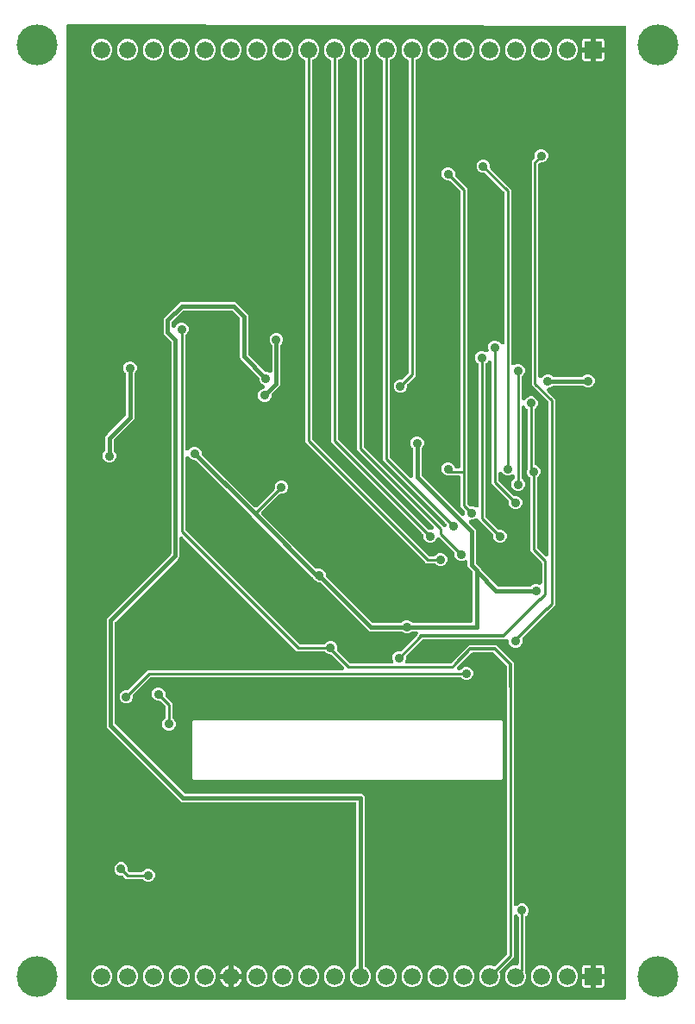
<source format=gbr>
G04 EAGLE Gerber RS-274X export*
G75*
%MOMM*%
%FSLAX34Y34*%
%LPD*%
%INBottom Copper*%
%IPPOS*%
%AMOC8*
5,1,8,0,0,1.08239X$1,22.5*%
G01*
%ADD10C,4.016000*%
%ADD11R,1.676400X1.676400*%
%ADD12C,1.676400*%
%ADD13C,0.906400*%
%ADD14C,0.254000*%
%ADD15C,0.406400*%
%ADD16C,0.304800*%

G36*
X271798Y-429257D02*
X271798Y-429257D01*
X271816Y-429259D01*
X271998Y-429238D01*
X272181Y-429219D01*
X272198Y-429214D01*
X272215Y-429212D01*
X272390Y-429155D01*
X272566Y-429101D01*
X272581Y-429093D01*
X272598Y-429087D01*
X272758Y-428997D01*
X272920Y-428909D01*
X272933Y-428898D01*
X272949Y-428889D01*
X273088Y-428769D01*
X273229Y-428652D01*
X273240Y-428638D01*
X273254Y-428626D01*
X273366Y-428481D01*
X273481Y-428338D01*
X273489Y-428322D01*
X273500Y-428308D01*
X273582Y-428143D01*
X273667Y-427981D01*
X273672Y-427964D01*
X273680Y-427948D01*
X273727Y-427769D01*
X273778Y-427594D01*
X273780Y-427576D01*
X273784Y-427559D01*
X273811Y-427228D01*
X273811Y524510D01*
X273810Y524525D01*
X273811Y524541D01*
X273790Y524726D01*
X273771Y524911D01*
X273767Y524925D01*
X273765Y524941D01*
X273708Y525117D01*
X273653Y525296D01*
X273646Y525309D01*
X273641Y525324D01*
X273550Y525486D01*
X273461Y525650D01*
X273452Y525661D01*
X273444Y525675D01*
X273323Y525816D01*
X273204Y525959D01*
X273192Y525969D01*
X273182Y525980D01*
X273035Y526095D01*
X272890Y526211D01*
X272876Y526218D01*
X272864Y526228D01*
X272697Y526311D01*
X272533Y526397D01*
X272518Y526401D01*
X272504Y526408D01*
X272324Y526457D01*
X272146Y526508D01*
X272130Y526509D01*
X272115Y526513D01*
X271785Y526541D01*
X-274315Y527811D01*
X-274335Y527809D01*
X-274356Y527811D01*
X-274535Y527790D01*
X-274716Y527772D01*
X-274735Y527766D01*
X-274755Y527764D01*
X-274928Y527708D01*
X-275101Y527655D01*
X-275119Y527645D01*
X-275138Y527639D01*
X-275296Y527550D01*
X-275456Y527464D01*
X-275471Y527451D01*
X-275489Y527441D01*
X-275626Y527323D01*
X-275766Y527207D01*
X-275778Y527191D01*
X-275794Y527178D01*
X-275904Y527035D01*
X-276019Y526894D01*
X-276028Y526876D01*
X-276040Y526860D01*
X-276121Y526698D01*
X-276205Y526537D01*
X-276211Y526518D01*
X-276220Y526500D01*
X-276267Y526323D01*
X-276317Y526150D01*
X-276319Y526130D01*
X-276324Y526111D01*
X-276351Y525780D01*
X-276351Y-427228D01*
X-276349Y-427246D01*
X-276351Y-427264D01*
X-276330Y-427446D01*
X-276311Y-427629D01*
X-276306Y-427646D01*
X-276304Y-427663D01*
X-276247Y-427838D01*
X-276193Y-428014D01*
X-276185Y-428029D01*
X-276179Y-428046D01*
X-276089Y-428206D01*
X-276001Y-428368D01*
X-275990Y-428381D01*
X-275981Y-428397D01*
X-275861Y-428536D01*
X-275744Y-428677D01*
X-275730Y-428688D01*
X-275718Y-428702D01*
X-275573Y-428814D01*
X-275430Y-428929D01*
X-275414Y-428937D01*
X-275400Y-428948D01*
X-275235Y-429030D01*
X-275073Y-429115D01*
X-275056Y-429120D01*
X-275039Y-429128D01*
X-274861Y-429175D01*
X-274686Y-429226D01*
X-274668Y-429228D01*
X-274651Y-429232D01*
X-274320Y-429259D01*
X271780Y-429259D01*
X271798Y-429257D01*
G37*
%LPC*%
G36*
X10628Y-416815D02*
X10628Y-416815D01*
X6801Y-415229D01*
X3871Y-412299D01*
X2285Y-408472D01*
X2285Y-404328D01*
X3871Y-400501D01*
X6801Y-397571D01*
X7381Y-397330D01*
X7401Y-397320D01*
X7422Y-397313D01*
X7578Y-397225D01*
X7736Y-397140D01*
X7753Y-397126D01*
X7773Y-397115D01*
X7908Y-396998D01*
X8047Y-396884D01*
X8061Y-396866D01*
X8078Y-396852D01*
X8187Y-396710D01*
X8300Y-396571D01*
X8311Y-396551D01*
X8324Y-396534D01*
X8404Y-396373D01*
X8487Y-396215D01*
X8494Y-396193D01*
X8504Y-396173D01*
X8550Y-396000D01*
X8600Y-395828D01*
X8602Y-395806D01*
X8608Y-395784D01*
X8635Y-395454D01*
X8635Y-237236D01*
X8633Y-237218D01*
X8635Y-237200D01*
X8614Y-237018D01*
X8595Y-236835D01*
X8590Y-236818D01*
X8588Y-236801D01*
X8531Y-236626D01*
X8477Y-236450D01*
X8469Y-236435D01*
X8463Y-236418D01*
X8373Y-236258D01*
X8285Y-236096D01*
X8274Y-236083D01*
X8265Y-236067D01*
X8145Y-235928D01*
X8028Y-235787D01*
X8014Y-235776D01*
X8002Y-235762D01*
X7857Y-235650D01*
X7714Y-235535D01*
X7698Y-235527D01*
X7684Y-235516D01*
X7519Y-235434D01*
X7357Y-235349D01*
X7340Y-235344D01*
X7324Y-235336D01*
X7145Y-235289D01*
X6970Y-235238D01*
X6952Y-235236D01*
X6935Y-235232D01*
X6604Y-235205D01*
X-162099Y-235205D01*
X-163592Y-234586D01*
X-235856Y-162322D01*
X-236475Y-160829D01*
X-236475Y-56341D01*
X-235856Y-54848D01*
X-173570Y7439D01*
X-173553Y7459D01*
X-173532Y7477D01*
X-173425Y7615D01*
X-173315Y7750D01*
X-173302Y7774D01*
X-173286Y7795D01*
X-173208Y7952D01*
X-173126Y8106D01*
X-173118Y8131D01*
X-173106Y8156D01*
X-173061Y8324D01*
X-173011Y8492D01*
X-173009Y8518D01*
X-173002Y8544D01*
X-172975Y8875D01*
X-172975Y215915D01*
X-172977Y215942D01*
X-172975Y215968D01*
X-172997Y216142D01*
X-173015Y216316D01*
X-173022Y216341D01*
X-173026Y216368D01*
X-173081Y216533D01*
X-173133Y216700D01*
X-173146Y216724D01*
X-173154Y216749D01*
X-173241Y216901D01*
X-173325Y217055D01*
X-173342Y217075D01*
X-173355Y217098D01*
X-173570Y217351D01*
X-179976Y223758D01*
X-180595Y225251D01*
X-180595Y238299D01*
X-179976Y239792D01*
X-164862Y254906D01*
X-163369Y255525D01*
X-110951Y255525D01*
X-109458Y254906D01*
X-98154Y243602D01*
X-97535Y242109D01*
X-97535Y204455D01*
X-97533Y204428D01*
X-97535Y204402D01*
X-97513Y204228D01*
X-97495Y204054D01*
X-97488Y204029D01*
X-97484Y204002D01*
X-97429Y203837D01*
X-97377Y203670D01*
X-97364Y203646D01*
X-97356Y203621D01*
X-97269Y203469D01*
X-97185Y203315D01*
X-97168Y203295D01*
X-97155Y203272D01*
X-96940Y203019D01*
X-81421Y187500D01*
X-81401Y187483D01*
X-81383Y187462D01*
X-81245Y187355D01*
X-81110Y187245D01*
X-81086Y187232D01*
X-81065Y187216D01*
X-80908Y187138D01*
X-80754Y187056D01*
X-80729Y187048D01*
X-80704Y187036D01*
X-80535Y186991D01*
X-80368Y186941D01*
X-80342Y186939D01*
X-80316Y186932D01*
X-79985Y186905D01*
X-78704Y186905D01*
X-76723Y186084D01*
X-76710Y186080D01*
X-76699Y186074D01*
X-76518Y186022D01*
X-76338Y185968D01*
X-76325Y185967D01*
X-76312Y185963D01*
X-76123Y185947D01*
X-75937Y185930D01*
X-75924Y185931D01*
X-75910Y185930D01*
X-75724Y185952D01*
X-75537Y185971D01*
X-75524Y185975D01*
X-75511Y185977D01*
X-75333Y186035D01*
X-75152Y186091D01*
X-75141Y186097D01*
X-75128Y186102D01*
X-74964Y186194D01*
X-74799Y186284D01*
X-74789Y186293D01*
X-74777Y186300D01*
X-74635Y186422D01*
X-74491Y186543D01*
X-74483Y186554D01*
X-74472Y186563D01*
X-74358Y186711D01*
X-74240Y186858D01*
X-74234Y186870D01*
X-74226Y186881D01*
X-74142Y187049D01*
X-74056Y187216D01*
X-74052Y187229D01*
X-74046Y187241D01*
X-73998Y187423D01*
X-73946Y187604D01*
X-73945Y187617D01*
X-73942Y187630D01*
X-73915Y187961D01*
X-73915Y212379D01*
X-73917Y212406D01*
X-73915Y212433D01*
X-73937Y212607D01*
X-73955Y212780D01*
X-73962Y212806D01*
X-73966Y212832D01*
X-74021Y212998D01*
X-74073Y213165D01*
X-74086Y213189D01*
X-74094Y213214D01*
X-74181Y213366D01*
X-74265Y213519D01*
X-74282Y213539D01*
X-74295Y213563D01*
X-74510Y213816D01*
X-75415Y214721D01*
X-76415Y217134D01*
X-76415Y219746D01*
X-75415Y222159D01*
X-73569Y224005D01*
X-71156Y225005D01*
X-68544Y225005D01*
X-66131Y224005D01*
X-64285Y222159D01*
X-63285Y219746D01*
X-63285Y217134D01*
X-64285Y214721D01*
X-65190Y213816D01*
X-65207Y213795D01*
X-65228Y213778D01*
X-65335Y213640D01*
X-65445Y213504D01*
X-65458Y213481D01*
X-65474Y213459D01*
X-65552Y213303D01*
X-65634Y213149D01*
X-65642Y213123D01*
X-65654Y213099D01*
X-65699Y212930D01*
X-65749Y212763D01*
X-65751Y212736D01*
X-65758Y212710D01*
X-65785Y212379D01*
X-65785Y174451D01*
X-66404Y172958D01*
X-74120Y165241D01*
X-74137Y165221D01*
X-74158Y165203D01*
X-74265Y165065D01*
X-74375Y164930D01*
X-74388Y164906D01*
X-74404Y164885D01*
X-74482Y164728D01*
X-74564Y164574D01*
X-74572Y164549D01*
X-74584Y164524D01*
X-74629Y164355D01*
X-74679Y164188D01*
X-74681Y164162D01*
X-74688Y164136D01*
X-74715Y163805D01*
X-74715Y162524D01*
X-75715Y160111D01*
X-77561Y158265D01*
X-79132Y157614D01*
X-79974Y157265D01*
X-82586Y157265D01*
X-84999Y158265D01*
X-86845Y160111D01*
X-87845Y162524D01*
X-87845Y165136D01*
X-86845Y167549D01*
X-84999Y169395D01*
X-83255Y170118D01*
X-82401Y170471D01*
X-82393Y170476D01*
X-82384Y170478D01*
X-82216Y170570D01*
X-82046Y170662D01*
X-82039Y170667D01*
X-82031Y170672D01*
X-81886Y170794D01*
X-81735Y170918D01*
X-81730Y170925D01*
X-81723Y170931D01*
X-81604Y171080D01*
X-81482Y171231D01*
X-81478Y171239D01*
X-81472Y171246D01*
X-81385Y171416D01*
X-81295Y171587D01*
X-81292Y171596D01*
X-81288Y171604D01*
X-81236Y171787D01*
X-81182Y171974D01*
X-81181Y171983D01*
X-81178Y171991D01*
X-81164Y172182D01*
X-81147Y172375D01*
X-81148Y172384D01*
X-81147Y172392D01*
X-81170Y172582D01*
X-81192Y172775D01*
X-81195Y172783D01*
X-81196Y172792D01*
X-81255Y172971D01*
X-81315Y173158D01*
X-81320Y173166D01*
X-81322Y173174D01*
X-81418Y173342D01*
X-81512Y173510D01*
X-81517Y173516D01*
X-81522Y173524D01*
X-81649Y173670D01*
X-81773Y173815D01*
X-81780Y173821D01*
X-81786Y173828D01*
X-81939Y173945D01*
X-82090Y174064D01*
X-82098Y174068D01*
X-82106Y174073D01*
X-82401Y174225D01*
X-83729Y174775D01*
X-85575Y176621D01*
X-86575Y179034D01*
X-86575Y180315D01*
X-86577Y180342D01*
X-86575Y180368D01*
X-86597Y180542D01*
X-86615Y180716D01*
X-86622Y180741D01*
X-86626Y180768D01*
X-86681Y180933D01*
X-86733Y181100D01*
X-86746Y181124D01*
X-86754Y181149D01*
X-86841Y181301D01*
X-86925Y181455D01*
X-86942Y181475D01*
X-86955Y181498D01*
X-87170Y181751D01*
X-105046Y199628D01*
X-105665Y201121D01*
X-105665Y238775D01*
X-105667Y238802D01*
X-105665Y238828D01*
X-105687Y239002D01*
X-105705Y239176D01*
X-105712Y239201D01*
X-105716Y239228D01*
X-105771Y239393D01*
X-105823Y239560D01*
X-105836Y239584D01*
X-105844Y239609D01*
X-105931Y239761D01*
X-106015Y239915D01*
X-106032Y239935D01*
X-106045Y239958D01*
X-106260Y240211D01*
X-112849Y246800D01*
X-112869Y246817D01*
X-112887Y246838D01*
X-113025Y246945D01*
X-113160Y247055D01*
X-113184Y247068D01*
X-113205Y247084D01*
X-113362Y247162D01*
X-113516Y247244D01*
X-113541Y247252D01*
X-113566Y247264D01*
X-113735Y247309D01*
X-113902Y247359D01*
X-113928Y247361D01*
X-113954Y247368D01*
X-114285Y247395D01*
X-160035Y247395D01*
X-160062Y247393D01*
X-160088Y247395D01*
X-160262Y247373D01*
X-160436Y247355D01*
X-160461Y247348D01*
X-160488Y247344D01*
X-160653Y247289D01*
X-160820Y247237D01*
X-160844Y247224D01*
X-160869Y247216D01*
X-161021Y247129D01*
X-161175Y247045D01*
X-161195Y247028D01*
X-161218Y247015D01*
X-161471Y246800D01*
X-171870Y236401D01*
X-171887Y236381D01*
X-171908Y236363D01*
X-172015Y236225D01*
X-172125Y236090D01*
X-172138Y236066D01*
X-172154Y236045D01*
X-172232Y235888D01*
X-172314Y235734D01*
X-172320Y235713D01*
X-172321Y235712D01*
X-172322Y235708D01*
X-172334Y235684D01*
X-172379Y235515D01*
X-172429Y235348D01*
X-172430Y235331D01*
X-172432Y235325D01*
X-172433Y235315D01*
X-172438Y235296D01*
X-172465Y234965D01*
X-172465Y232053D01*
X-172465Y232048D01*
X-172465Y232044D01*
X-172445Y231849D01*
X-172425Y231652D01*
X-172424Y231648D01*
X-172424Y231643D01*
X-172365Y231455D01*
X-172307Y231267D01*
X-172305Y231263D01*
X-172304Y231259D01*
X-172208Y231084D01*
X-172115Y230913D01*
X-172113Y230910D01*
X-172110Y230906D01*
X-171982Y230753D01*
X-171858Y230604D01*
X-171854Y230601D01*
X-171851Y230598D01*
X-171696Y230474D01*
X-171544Y230352D01*
X-171540Y230350D01*
X-171536Y230347D01*
X-171358Y230255D01*
X-171187Y230166D01*
X-171182Y230165D01*
X-171178Y230163D01*
X-170985Y230108D01*
X-170800Y230055D01*
X-170795Y230054D01*
X-170791Y230053D01*
X-170595Y230038D01*
X-170398Y230022D01*
X-170394Y230022D01*
X-170390Y230022D01*
X-170196Y230046D01*
X-169999Y230069D01*
X-169994Y230070D01*
X-169990Y230071D01*
X-169805Y230132D01*
X-169616Y230194D01*
X-169612Y230196D01*
X-169608Y230197D01*
X-169439Y230294D01*
X-169265Y230391D01*
X-169262Y230394D01*
X-169258Y230397D01*
X-169109Y230526D01*
X-168961Y230655D01*
X-168958Y230658D01*
X-168954Y230661D01*
X-168833Y230819D01*
X-168714Y230973D01*
X-168712Y230977D01*
X-168709Y230980D01*
X-168557Y231275D01*
X-168125Y232319D01*
X-166279Y234165D01*
X-163866Y235165D01*
X-161254Y235165D01*
X-158841Y234165D01*
X-156995Y232319D01*
X-155995Y229906D01*
X-155995Y227294D01*
X-156995Y224881D01*
X-158662Y223214D01*
X-158679Y223193D01*
X-158700Y223176D01*
X-158807Y223038D01*
X-158917Y222902D01*
X-158930Y222879D01*
X-158946Y222857D01*
X-159024Y222701D01*
X-159106Y222547D01*
X-159114Y222521D01*
X-159126Y222497D01*
X-159171Y222328D01*
X-159221Y222161D01*
X-159223Y222134D01*
X-159230Y222108D01*
X-159257Y221777D01*
X-159257Y111359D01*
X-159257Y111355D01*
X-159257Y111350D01*
X-159237Y111155D01*
X-159217Y110959D01*
X-159216Y110954D01*
X-159216Y110950D01*
X-159157Y110762D01*
X-159099Y110574D01*
X-159097Y110570D01*
X-159096Y110565D01*
X-159002Y110393D01*
X-158907Y110220D01*
X-158905Y110216D01*
X-158902Y110212D01*
X-158775Y110061D01*
X-158650Y109910D01*
X-158646Y109908D01*
X-158643Y109904D01*
X-158488Y109781D01*
X-158336Y109658D01*
X-158332Y109656D01*
X-158328Y109653D01*
X-158152Y109562D01*
X-157979Y109473D01*
X-157974Y109471D01*
X-157970Y109469D01*
X-157779Y109415D01*
X-157592Y109361D01*
X-157587Y109361D01*
X-157583Y109360D01*
X-157387Y109344D01*
X-157190Y109328D01*
X-157186Y109329D01*
X-157181Y109328D01*
X-156986Y109352D01*
X-156791Y109375D01*
X-156786Y109377D01*
X-156782Y109377D01*
X-156596Y109439D01*
X-156408Y109500D01*
X-156404Y109502D01*
X-156399Y109504D01*
X-156232Y109599D01*
X-156057Y109698D01*
X-156054Y109701D01*
X-156050Y109703D01*
X-155904Y109831D01*
X-155753Y109961D01*
X-155750Y109965D01*
X-155746Y109968D01*
X-155626Y110124D01*
X-155506Y110279D01*
X-155504Y110283D01*
X-155501Y110287D01*
X-155463Y110361D01*
X-153579Y112245D01*
X-151171Y113243D01*
X-151166Y113245D01*
X-148554Y113245D01*
X-146141Y112245D01*
X-144295Y110399D01*
X-143295Y107986D01*
X-143295Y106705D01*
X-143293Y106678D01*
X-143295Y106652D01*
X-143273Y106478D01*
X-143255Y106304D01*
X-143248Y106279D01*
X-143244Y106252D01*
X-143189Y106087D01*
X-143137Y105920D01*
X-143124Y105896D01*
X-143116Y105871D01*
X-143029Y105719D01*
X-142945Y105565D01*
X-142928Y105545D01*
X-142915Y105522D01*
X-142700Y105269D01*
X-91703Y54271D01*
X-91689Y54260D01*
X-91677Y54246D01*
X-91533Y54132D01*
X-91391Y54016D01*
X-91375Y54007D01*
X-91361Y53996D01*
X-91197Y53913D01*
X-91035Y53827D01*
X-91018Y53822D01*
X-91002Y53814D01*
X-90825Y53765D01*
X-90649Y53712D01*
X-90632Y53711D01*
X-90614Y53706D01*
X-90431Y53693D01*
X-90248Y53676D01*
X-90231Y53678D01*
X-90213Y53677D01*
X-90031Y53700D01*
X-89848Y53719D01*
X-89831Y53725D01*
X-89813Y53727D01*
X-89640Y53785D01*
X-89464Y53841D01*
X-89449Y53850D01*
X-89432Y53855D01*
X-89272Y53947D01*
X-89112Y54036D01*
X-89098Y54047D01*
X-89083Y54056D01*
X-88830Y54271D01*
X-71930Y71171D01*
X-71913Y71192D01*
X-71892Y71209D01*
X-71785Y71347D01*
X-71675Y71483D01*
X-71662Y71506D01*
X-71646Y71527D01*
X-71568Y71684D01*
X-71486Y71838D01*
X-71478Y71864D01*
X-71466Y71888D01*
X-71421Y72057D01*
X-71371Y72224D01*
X-71369Y72251D01*
X-71362Y72277D01*
X-71335Y72607D01*
X-71335Y74966D01*
X-70335Y77379D01*
X-68489Y79225D01*
X-66076Y80225D01*
X-63464Y80225D01*
X-61051Y79225D01*
X-59205Y77379D01*
X-58205Y74966D01*
X-58205Y72354D01*
X-59205Y69941D01*
X-61051Y68095D01*
X-63464Y67095D01*
X-65823Y67095D01*
X-65849Y67093D01*
X-65876Y67095D01*
X-66050Y67073D01*
X-66223Y67055D01*
X-66249Y67048D01*
X-66275Y67044D01*
X-66441Y66989D01*
X-66608Y66937D01*
X-66632Y66924D01*
X-66657Y66916D01*
X-66809Y66829D01*
X-66962Y66745D01*
X-66983Y66728D01*
X-67006Y66715D01*
X-67259Y66500D01*
X-84159Y49600D01*
X-84170Y49586D01*
X-84184Y49575D01*
X-84298Y49431D01*
X-84414Y49289D01*
X-84423Y49273D01*
X-84434Y49259D01*
X-84517Y49094D01*
X-84603Y48933D01*
X-84608Y48916D01*
X-84616Y48900D01*
X-84665Y48722D01*
X-84718Y48547D01*
X-84719Y48529D01*
X-84724Y48512D01*
X-84737Y48329D01*
X-84754Y48146D01*
X-84752Y48128D01*
X-84753Y48110D01*
X-84730Y47928D01*
X-84711Y47746D01*
X-84705Y47729D01*
X-84703Y47711D01*
X-84645Y47538D01*
X-84589Y47362D01*
X-84580Y47346D01*
X-84575Y47329D01*
X-84483Y47170D01*
X-84394Y47010D01*
X-84383Y46996D01*
X-84374Y46980D01*
X-84159Y46727D01*
X-31655Y-5776D01*
X-31638Y-5790D01*
X-31624Y-5807D01*
X-31482Y-5918D01*
X-31344Y-6031D01*
X-31324Y-6042D01*
X-31307Y-6055D01*
X-31146Y-6136D01*
X-30988Y-6220D01*
X-30967Y-6226D01*
X-30947Y-6236D01*
X-30774Y-6284D01*
X-30602Y-6335D01*
X-30580Y-6337D01*
X-30559Y-6343D01*
X-30380Y-6355D01*
X-30201Y-6371D01*
X-30179Y-6369D01*
X-30157Y-6370D01*
X-29979Y-6347D01*
X-29801Y-6328D01*
X-29780Y-6321D01*
X-29758Y-6318D01*
X-29442Y-6216D01*
X-29246Y-6135D01*
X-26634Y-6135D01*
X-24221Y-7135D01*
X-22375Y-8981D01*
X-21375Y-11394D01*
X-21375Y-12675D01*
X-21373Y-12702D01*
X-21375Y-12728D01*
X-21353Y-12902D01*
X-21335Y-13076D01*
X-21328Y-13101D01*
X-21324Y-13128D01*
X-21269Y-13293D01*
X-21217Y-13460D01*
X-21204Y-13484D01*
X-21196Y-13509D01*
X-21109Y-13661D01*
X-21025Y-13815D01*
X-21008Y-13835D01*
X-20995Y-13858D01*
X-20780Y-14111D01*
X23949Y-58840D01*
X23969Y-58857D01*
X23987Y-58878D01*
X24125Y-58985D01*
X24260Y-59095D01*
X24284Y-59108D01*
X24305Y-59124D01*
X24462Y-59202D01*
X24616Y-59284D01*
X24641Y-59292D01*
X24666Y-59304D01*
X24835Y-59349D01*
X25002Y-59399D01*
X25028Y-59401D01*
X25054Y-59408D01*
X25385Y-59435D01*
X52359Y-59435D01*
X52386Y-59433D01*
X52413Y-59435D01*
X52587Y-59413D01*
X52760Y-59395D01*
X52786Y-59388D01*
X52812Y-59384D01*
X52978Y-59329D01*
X53145Y-59277D01*
X53169Y-59264D01*
X53194Y-59256D01*
X53346Y-59169D01*
X53499Y-59085D01*
X53519Y-59068D01*
X53543Y-59055D01*
X53796Y-58840D01*
X54701Y-57935D01*
X57114Y-56935D01*
X59726Y-56935D01*
X62139Y-57935D01*
X63044Y-58840D01*
X63065Y-58857D01*
X63082Y-58878D01*
X63220Y-58985D01*
X63356Y-59095D01*
X63379Y-59108D01*
X63401Y-59124D01*
X63557Y-59202D01*
X63711Y-59284D01*
X63737Y-59292D01*
X63761Y-59304D01*
X63930Y-59349D01*
X64097Y-59399D01*
X64124Y-59401D01*
X64150Y-59408D01*
X64481Y-59435D01*
X120904Y-59435D01*
X120922Y-59433D01*
X120940Y-59435D01*
X121122Y-59414D01*
X121305Y-59395D01*
X121322Y-59390D01*
X121339Y-59388D01*
X121514Y-59331D01*
X121690Y-59277D01*
X121705Y-59269D01*
X121722Y-59263D01*
X121882Y-59173D01*
X122044Y-59085D01*
X122057Y-59074D01*
X122073Y-59065D01*
X122212Y-58945D01*
X122353Y-58828D01*
X122364Y-58814D01*
X122378Y-58802D01*
X122490Y-58657D01*
X122605Y-58514D01*
X122613Y-58498D01*
X122624Y-58484D01*
X122706Y-58319D01*
X122791Y-58157D01*
X122796Y-58140D01*
X122804Y-58124D01*
X122851Y-57945D01*
X122902Y-57770D01*
X122904Y-57752D01*
X122908Y-57735D01*
X122935Y-57404D01*
X122935Y-10145D01*
X122933Y-10118D01*
X122935Y-10092D01*
X122913Y-9918D01*
X122895Y-9744D01*
X122888Y-9719D01*
X122884Y-9692D01*
X122829Y-9527D01*
X122777Y-9360D01*
X122764Y-9336D01*
X122756Y-9311D01*
X122669Y-9159D01*
X122585Y-9005D01*
X122568Y-8985D01*
X122555Y-8962D01*
X122340Y-8709D01*
X118474Y-4842D01*
X117855Y-3349D01*
X117855Y-1D01*
X117854Y13D01*
X117855Y26D01*
X117834Y212D01*
X117815Y400D01*
X117811Y413D01*
X117810Y426D01*
X117752Y605D01*
X117697Y785D01*
X117691Y796D01*
X117687Y809D01*
X117595Y974D01*
X117505Y1139D01*
X117497Y1149D01*
X117490Y1161D01*
X117368Y1304D01*
X117248Y1448D01*
X117237Y1456D01*
X117229Y1467D01*
X117080Y1583D01*
X116934Y1700D01*
X116922Y1706D01*
X116912Y1715D01*
X116743Y1800D01*
X116577Y1886D01*
X116564Y1890D01*
X116552Y1896D01*
X116370Y1945D01*
X116190Y1997D01*
X116176Y1998D01*
X116163Y2002D01*
X115975Y2015D01*
X115788Y2030D01*
X115775Y2029D01*
X115762Y2029D01*
X115574Y2005D01*
X115389Y1983D01*
X115376Y1979D01*
X115363Y1977D01*
X115047Y1876D01*
X113066Y1055D01*
X110454Y1055D01*
X108041Y2055D01*
X106195Y3901D01*
X105195Y6314D01*
X105195Y8673D01*
X105193Y8699D01*
X105195Y8726D01*
X105173Y8900D01*
X105155Y9073D01*
X105148Y9099D01*
X105144Y9125D01*
X105089Y9291D01*
X105037Y9458D01*
X105024Y9482D01*
X105016Y9507D01*
X104929Y9659D01*
X104845Y9812D01*
X104828Y9833D01*
X104815Y9856D01*
X104600Y10109D01*
X90806Y23904D01*
X90795Y23912D01*
X90787Y23922D01*
X90640Y24039D01*
X90494Y24159D01*
X90482Y24165D01*
X90472Y24173D01*
X90305Y24259D01*
X90139Y24347D01*
X90126Y24351D01*
X90114Y24357D01*
X89933Y24408D01*
X89753Y24462D01*
X89739Y24463D01*
X89726Y24467D01*
X89541Y24481D01*
X89352Y24498D01*
X89338Y24497D01*
X89325Y24498D01*
X89140Y24475D01*
X88951Y24455D01*
X88938Y24451D01*
X88925Y24449D01*
X88748Y24391D01*
X88568Y24333D01*
X88556Y24327D01*
X88543Y24323D01*
X88379Y24229D01*
X88215Y24139D01*
X88205Y24130D01*
X88193Y24123D01*
X88051Y24000D01*
X87908Y23878D01*
X87900Y23868D01*
X87890Y23859D01*
X87775Y23710D01*
X87659Y23562D01*
X87653Y23550D01*
X87644Y23540D01*
X87493Y23245D01*
X86845Y21681D01*
X84999Y19835D01*
X82586Y18835D01*
X79974Y18835D01*
X77561Y19835D01*
X75715Y21681D01*
X74715Y24094D01*
X74715Y26453D01*
X74713Y26479D01*
X74715Y26506D01*
X74693Y26680D01*
X74675Y26853D01*
X74668Y26879D01*
X74664Y26905D01*
X74609Y27071D01*
X74557Y27238D01*
X74544Y27262D01*
X74536Y27287D01*
X74449Y27439D01*
X74365Y27592D01*
X74348Y27613D01*
X74335Y27636D01*
X74120Y27889D01*
X-13473Y115482D01*
X-16003Y118012D01*
X-16003Y491658D01*
X-16005Y491680D01*
X-16003Y491702D01*
X-16025Y491880D01*
X-16043Y492059D01*
X-16049Y492080D01*
X-16052Y492102D01*
X-16108Y492272D01*
X-16161Y492444D01*
X-16171Y492463D01*
X-16178Y492484D01*
X-16267Y492640D01*
X-16353Y492798D01*
X-16367Y492815D01*
X-16378Y492834D01*
X-16496Y492970D01*
X-16610Y493107D01*
X-16628Y493121D01*
X-16642Y493138D01*
X-16784Y493247D01*
X-16924Y493359D01*
X-16944Y493369D01*
X-16962Y493383D01*
X-17257Y493535D01*
X-18599Y494091D01*
X-21529Y497021D01*
X-23115Y500848D01*
X-23115Y504992D01*
X-21529Y508819D01*
X-18599Y511749D01*
X-14772Y513335D01*
X-10628Y513335D01*
X-6801Y511749D01*
X-3871Y508819D01*
X-2285Y504992D01*
X-2285Y500848D01*
X-3871Y497021D01*
X-6801Y494091D01*
X-8143Y493535D01*
X-8163Y493524D01*
X-8184Y493517D01*
X-8340Y493429D01*
X-8498Y493344D01*
X-8515Y493330D01*
X-8535Y493319D01*
X-8670Y493202D01*
X-8809Y493088D01*
X-8823Y493071D01*
X-8840Y493056D01*
X-8949Y492915D01*
X-9062Y492775D01*
X-9073Y492756D01*
X-9086Y492738D01*
X-9166Y492578D01*
X-9249Y492419D01*
X-9256Y492398D01*
X-9266Y492377D01*
X-9312Y492204D01*
X-9362Y492032D01*
X-9364Y492010D01*
X-9370Y491989D01*
X-9397Y491658D01*
X-9397Y121589D01*
X-9395Y121563D01*
X-9397Y121536D01*
X-9375Y121362D01*
X-9357Y121189D01*
X-9350Y121163D01*
X-9346Y121137D01*
X-9291Y120971D01*
X-9239Y120804D01*
X-9226Y120780D01*
X-9218Y120755D01*
X-9131Y120603D01*
X-9047Y120450D01*
X-9030Y120429D01*
X-9017Y120406D01*
X-8802Y120153D01*
X78791Y32560D01*
X78812Y32543D01*
X78829Y32522D01*
X78967Y32415D01*
X79103Y32305D01*
X79126Y32292D01*
X79147Y32276D01*
X79304Y32198D01*
X79458Y32116D01*
X79484Y32108D01*
X79508Y32096D01*
X79677Y32051D01*
X79844Y32001D01*
X79871Y31999D01*
X79897Y31992D01*
X80227Y31965D01*
X82921Y31965D01*
X82929Y31966D01*
X82938Y31965D01*
X83132Y31986D01*
X83321Y32005D01*
X83330Y32007D01*
X83339Y32008D01*
X83523Y32067D01*
X83706Y32123D01*
X83714Y32127D01*
X83723Y32130D01*
X83891Y32223D01*
X84060Y32315D01*
X84067Y32320D01*
X84075Y32325D01*
X84222Y32449D01*
X84369Y32572D01*
X84375Y32579D01*
X84382Y32585D01*
X84502Y32737D01*
X84622Y32886D01*
X84626Y32894D01*
X84631Y32901D01*
X84719Y33074D01*
X84807Y33243D01*
X84810Y33252D01*
X84814Y33260D01*
X84866Y33446D01*
X84919Y33630D01*
X84919Y33639D01*
X84922Y33648D01*
X84936Y33841D01*
X84952Y34032D01*
X84951Y34040D01*
X84951Y34049D01*
X84927Y34242D01*
X84905Y34431D01*
X84902Y34440D01*
X84901Y34449D01*
X84840Y34631D01*
X84780Y34814D01*
X84775Y34822D01*
X84773Y34830D01*
X84676Y34997D01*
X84582Y35165D01*
X84576Y35172D01*
X84572Y35179D01*
X84357Y35432D01*
X11927Y107862D01*
X9397Y110392D01*
X9397Y491658D01*
X9395Y491680D01*
X9397Y491702D01*
X9375Y491880D01*
X9357Y492059D01*
X9351Y492080D01*
X9348Y492102D01*
X9292Y492272D01*
X9239Y492444D01*
X9229Y492463D01*
X9222Y492484D01*
X9133Y492640D01*
X9047Y492798D01*
X9033Y492815D01*
X9022Y492834D01*
X8904Y492970D01*
X8790Y493107D01*
X8772Y493121D01*
X8758Y493138D01*
X8616Y493247D01*
X8476Y493359D01*
X8456Y493369D01*
X8438Y493383D01*
X8143Y493535D01*
X6801Y494091D01*
X3871Y497021D01*
X2285Y500848D01*
X2285Y504992D01*
X3871Y508819D01*
X6801Y511749D01*
X10628Y513335D01*
X14772Y513335D01*
X18599Y511749D01*
X21529Y508819D01*
X23115Y504992D01*
X23115Y500848D01*
X21529Y497021D01*
X18599Y494091D01*
X17257Y493535D01*
X17237Y493524D01*
X17216Y493517D01*
X17060Y493429D01*
X16902Y493344D01*
X16885Y493330D01*
X16865Y493319D01*
X16730Y493202D01*
X16591Y493088D01*
X16577Y493071D01*
X16560Y493056D01*
X16451Y492915D01*
X16338Y492775D01*
X16327Y492756D01*
X16314Y492738D01*
X16234Y492578D01*
X16151Y492419D01*
X16144Y492398D01*
X16134Y492377D01*
X16088Y492204D01*
X16038Y492032D01*
X16036Y492010D01*
X16030Y491989D01*
X16003Y491658D01*
X16003Y113969D01*
X16005Y113943D01*
X16003Y113916D01*
X16025Y113742D01*
X16043Y113569D01*
X16050Y113543D01*
X16054Y113517D01*
X16109Y113351D01*
X16161Y113184D01*
X16174Y113160D01*
X16182Y113135D01*
X16269Y112983D01*
X16353Y112830D01*
X16370Y112809D01*
X16383Y112786D01*
X16598Y112533D01*
X94108Y35023D01*
X94115Y35017D01*
X94120Y35011D01*
X94270Y34890D01*
X94419Y34768D01*
X94427Y34764D01*
X94434Y34758D01*
X94605Y34669D01*
X94775Y34579D01*
X94783Y34577D01*
X94791Y34573D01*
X94977Y34519D01*
X95161Y34465D01*
X95170Y34464D01*
X95178Y34461D01*
X95370Y34446D01*
X95562Y34428D01*
X95571Y34429D01*
X95580Y34428D01*
X95769Y34451D01*
X95962Y34472D01*
X95971Y34474D01*
X95979Y34475D01*
X96161Y34535D01*
X96346Y34593D01*
X96354Y34597D01*
X96362Y34600D01*
X96531Y34695D01*
X96698Y34788D01*
X96705Y34794D01*
X96713Y34798D01*
X96859Y34924D01*
X97005Y35048D01*
X97011Y35055D01*
X97018Y35061D01*
X97135Y35213D01*
X97255Y35364D01*
X97259Y35372D01*
X97264Y35379D01*
X97350Y35551D01*
X97437Y35723D01*
X97440Y35732D01*
X97444Y35740D01*
X97493Y35924D01*
X97545Y36111D01*
X97546Y36120D01*
X97548Y36129D01*
X97575Y36459D01*
X97575Y36613D01*
X97573Y36639D01*
X97575Y36666D01*
X97553Y36840D01*
X97535Y37013D01*
X97528Y37039D01*
X97524Y37065D01*
X97469Y37231D01*
X97417Y37398D01*
X97404Y37422D01*
X97396Y37447D01*
X97309Y37599D01*
X97225Y37752D01*
X97208Y37773D01*
X97195Y37796D01*
X96980Y38049D01*
X34797Y100232D01*
X34797Y491658D01*
X34795Y491680D01*
X34797Y491702D01*
X34775Y491880D01*
X34757Y492059D01*
X34751Y492080D01*
X34748Y492102D01*
X34692Y492272D01*
X34639Y492444D01*
X34629Y492463D01*
X34622Y492484D01*
X34533Y492640D01*
X34447Y492798D01*
X34433Y492815D01*
X34422Y492834D01*
X34304Y492970D01*
X34190Y493107D01*
X34172Y493121D01*
X34158Y493138D01*
X34016Y493247D01*
X33876Y493359D01*
X33856Y493369D01*
X33838Y493383D01*
X33543Y493535D01*
X32201Y494091D01*
X29271Y497021D01*
X27685Y500848D01*
X27685Y504992D01*
X29271Y508819D01*
X32201Y511749D01*
X36028Y513335D01*
X40172Y513335D01*
X43999Y511749D01*
X46929Y508819D01*
X48515Y504992D01*
X48515Y500848D01*
X46929Y497021D01*
X43999Y494091D01*
X42657Y493535D01*
X42637Y493524D01*
X42616Y493517D01*
X42460Y493429D01*
X42302Y493344D01*
X42285Y493330D01*
X42265Y493319D01*
X42130Y493202D01*
X41991Y493088D01*
X41977Y493071D01*
X41960Y493056D01*
X41851Y492915D01*
X41738Y492775D01*
X41727Y492756D01*
X41714Y492738D01*
X41634Y492578D01*
X41551Y492419D01*
X41544Y492398D01*
X41534Y492377D01*
X41488Y492204D01*
X41438Y492032D01*
X41436Y492010D01*
X41430Y491989D01*
X41403Y491658D01*
X41403Y103809D01*
X41405Y103783D01*
X41403Y103756D01*
X41425Y103582D01*
X41443Y103409D01*
X41450Y103383D01*
X41454Y103357D01*
X41509Y103191D01*
X41561Y103024D01*
X41574Y103000D01*
X41582Y102975D01*
X41669Y102823D01*
X41753Y102670D01*
X41770Y102649D01*
X41783Y102626D01*
X41998Y102373D01*
X61048Y83323D01*
X61055Y83317D01*
X61060Y83311D01*
X61210Y83190D01*
X61359Y83068D01*
X61367Y83064D01*
X61374Y83058D01*
X61545Y82969D01*
X61715Y82879D01*
X61724Y82877D01*
X61731Y82873D01*
X61916Y82820D01*
X62101Y82765D01*
X62110Y82764D01*
X62118Y82761D01*
X62310Y82746D01*
X62502Y82728D01*
X62511Y82729D01*
X62520Y82728D01*
X62709Y82751D01*
X62902Y82772D01*
X62911Y82774D01*
X62919Y82775D01*
X63101Y82835D01*
X63286Y82893D01*
X63294Y82897D01*
X63302Y82900D01*
X63471Y82995D01*
X63638Y83088D01*
X63645Y83094D01*
X63653Y83098D01*
X63799Y83224D01*
X63945Y83348D01*
X63951Y83355D01*
X63958Y83361D01*
X64075Y83513D01*
X64195Y83664D01*
X64199Y83672D01*
X64204Y83679D01*
X64290Y83851D01*
X64377Y84023D01*
X64380Y84032D01*
X64384Y84040D01*
X64434Y84226D01*
X64485Y84411D01*
X64486Y84420D01*
X64488Y84429D01*
X64515Y84759D01*
X64515Y110779D01*
X64513Y110806D01*
X64515Y110833D01*
X64493Y111007D01*
X64475Y111180D01*
X64468Y111206D01*
X64464Y111232D01*
X64409Y111398D01*
X64357Y111565D01*
X64344Y111589D01*
X64336Y111614D01*
X64249Y111766D01*
X64165Y111919D01*
X64148Y111939D01*
X64135Y111963D01*
X63920Y112216D01*
X63015Y113121D01*
X62015Y115534D01*
X62015Y118146D01*
X63015Y120559D01*
X64861Y122405D01*
X67274Y123405D01*
X69886Y123405D01*
X72299Y122405D01*
X74145Y120559D01*
X75145Y118146D01*
X75145Y115534D01*
X74145Y113121D01*
X73240Y112216D01*
X73223Y112195D01*
X73202Y112178D01*
X73095Y112040D01*
X72985Y111904D01*
X72972Y111881D01*
X72956Y111859D01*
X72878Y111703D01*
X72796Y111549D01*
X72788Y111523D01*
X72776Y111499D01*
X72731Y111330D01*
X72681Y111163D01*
X72679Y111136D01*
X72672Y111110D01*
X72645Y110779D01*
X72645Y86345D01*
X72647Y86318D01*
X72645Y86292D01*
X72667Y86118D01*
X72685Y85944D01*
X72692Y85919D01*
X72696Y85892D01*
X72751Y85727D01*
X72803Y85560D01*
X72816Y85536D01*
X72824Y85511D01*
X72911Y85359D01*
X72995Y85205D01*
X73012Y85185D01*
X73025Y85162D01*
X73240Y84909D01*
X111888Y46261D01*
X111895Y46255D01*
X111900Y46248D01*
X112050Y46128D01*
X112199Y46006D01*
X112207Y46001D01*
X112214Y45996D01*
X112385Y45907D01*
X112555Y45817D01*
X112563Y45814D01*
X112571Y45810D01*
X112757Y45757D01*
X112941Y45702D01*
X112950Y45701D01*
X112958Y45699D01*
X113150Y45683D01*
X113342Y45666D01*
X113351Y45667D01*
X113360Y45666D01*
X113549Y45688D01*
X113742Y45709D01*
X113751Y45712D01*
X113759Y45713D01*
X113941Y45772D01*
X114126Y45831D01*
X114134Y45835D01*
X114142Y45838D01*
X114311Y45933D01*
X114478Y46026D01*
X114485Y46031D01*
X114493Y46036D01*
X114639Y46162D01*
X114785Y46286D01*
X114791Y46293D01*
X114798Y46299D01*
X114915Y46450D01*
X115035Y46602D01*
X115039Y46610D01*
X115044Y46617D01*
X115130Y46789D01*
X115217Y46961D01*
X115220Y46969D01*
X115224Y46977D01*
X115274Y47163D01*
X115325Y47349D01*
X115326Y47358D01*
X115328Y47366D01*
X115355Y47697D01*
X115355Y49313D01*
X115353Y49339D01*
X115355Y49366D01*
X115333Y49540D01*
X115315Y49713D01*
X115308Y49739D01*
X115304Y49765D01*
X115249Y49931D01*
X115197Y50098D01*
X115184Y50122D01*
X115176Y50147D01*
X115089Y50299D01*
X115005Y50452D01*
X114988Y50473D01*
X114975Y50496D01*
X114760Y50749D01*
X110997Y54512D01*
X110997Y83566D01*
X110995Y83584D01*
X110997Y83602D01*
X110976Y83784D01*
X110957Y83967D01*
X110952Y83984D01*
X110950Y84001D01*
X110893Y84176D01*
X110839Y84352D01*
X110831Y84367D01*
X110825Y84384D01*
X110735Y84544D01*
X110647Y84706D01*
X110636Y84719D01*
X110627Y84735D01*
X110507Y84874D01*
X110390Y85015D01*
X110376Y85026D01*
X110364Y85040D01*
X110219Y85152D01*
X110076Y85267D01*
X110060Y85275D01*
X110046Y85286D01*
X109881Y85368D01*
X109719Y85453D01*
X109702Y85458D01*
X109686Y85466D01*
X109507Y85513D01*
X109332Y85564D01*
X109314Y85566D01*
X109297Y85570D01*
X108966Y85597D01*
X102513Y85597D01*
X102482Y85594D01*
X102451Y85596D01*
X102281Y85574D01*
X102112Y85557D01*
X102083Y85548D01*
X102051Y85544D01*
X101736Y85443D01*
X100366Y84875D01*
X97754Y84875D01*
X95341Y85875D01*
X93495Y87721D01*
X92495Y90134D01*
X92495Y92746D01*
X93495Y95159D01*
X95341Y97005D01*
X97754Y98005D01*
X100366Y98005D01*
X102779Y97005D01*
X104625Y95159D01*
X105330Y93457D01*
X105341Y93437D01*
X105348Y93416D01*
X105436Y93259D01*
X105520Y93102D01*
X105535Y93085D01*
X105546Y93065D01*
X105663Y92929D01*
X105777Y92791D01*
X105794Y92777D01*
X105809Y92760D01*
X105950Y92651D01*
X106090Y92538D01*
X106109Y92527D01*
X106127Y92514D01*
X106288Y92434D01*
X106446Y92351D01*
X106467Y92344D01*
X106487Y92334D01*
X106661Y92288D01*
X106832Y92238D01*
X106855Y92236D01*
X106876Y92230D01*
X107207Y92203D01*
X108966Y92203D01*
X108984Y92205D01*
X109002Y92203D01*
X109184Y92224D01*
X109367Y92243D01*
X109384Y92248D01*
X109401Y92250D01*
X109576Y92307D01*
X109752Y92361D01*
X109767Y92369D01*
X109784Y92375D01*
X109944Y92465D01*
X110106Y92553D01*
X110119Y92564D01*
X110135Y92573D01*
X110274Y92693D01*
X110415Y92810D01*
X110426Y92824D01*
X110440Y92836D01*
X110552Y92981D01*
X110667Y93124D01*
X110675Y93140D01*
X110686Y93154D01*
X110768Y93319D01*
X110853Y93481D01*
X110858Y93498D01*
X110866Y93514D01*
X110913Y93693D01*
X110964Y93868D01*
X110966Y93886D01*
X110970Y93903D01*
X110997Y94234D01*
X110997Y363551D01*
X110995Y363577D01*
X110997Y363604D01*
X110975Y363778D01*
X110957Y363951D01*
X110950Y363977D01*
X110946Y364003D01*
X110891Y364169D01*
X110839Y364336D01*
X110826Y364360D01*
X110818Y364385D01*
X110731Y364537D01*
X110647Y364690D01*
X110630Y364711D01*
X110617Y364734D01*
X110402Y364987D01*
X101549Y373840D01*
X101528Y373857D01*
X101511Y373878D01*
X101373Y373985D01*
X101237Y374095D01*
X101214Y374108D01*
X101193Y374124D01*
X101036Y374202D01*
X100882Y374284D01*
X100856Y374292D01*
X100832Y374304D01*
X100663Y374349D01*
X100496Y374399D01*
X100469Y374401D01*
X100443Y374408D01*
X100113Y374435D01*
X97754Y374435D01*
X95341Y375435D01*
X93495Y377281D01*
X92495Y379694D01*
X92495Y382306D01*
X93495Y384719D01*
X95341Y386565D01*
X97504Y387461D01*
X97505Y387461D01*
X97754Y387565D01*
X100366Y387565D01*
X102779Y386565D01*
X104625Y384719D01*
X105625Y382306D01*
X105625Y379947D01*
X105627Y379921D01*
X105625Y379894D01*
X105647Y379720D01*
X105665Y379547D01*
X105672Y379521D01*
X105676Y379495D01*
X105731Y379329D01*
X105783Y379162D01*
X105796Y379138D01*
X105804Y379113D01*
X105891Y378961D01*
X105975Y378808D01*
X105992Y378787D01*
X106005Y378764D01*
X106220Y378511D01*
X117603Y367128D01*
X117603Y58089D01*
X117605Y58063D01*
X117603Y58036D01*
X117625Y57862D01*
X117643Y57689D01*
X117650Y57663D01*
X117654Y57637D01*
X117709Y57471D01*
X117761Y57304D01*
X117774Y57280D01*
X117782Y57255D01*
X117869Y57103D01*
X117953Y56950D01*
X117970Y56929D01*
X117983Y56906D01*
X118198Y56653D01*
X119431Y55420D01*
X119452Y55403D01*
X119469Y55382D01*
X119607Y55275D01*
X119743Y55165D01*
X119766Y55152D01*
X119787Y55136D01*
X119944Y55058D01*
X120098Y54976D01*
X120124Y54968D01*
X120148Y54956D01*
X120317Y54911D01*
X120484Y54861D01*
X120511Y54859D01*
X120537Y54852D01*
X120867Y54825D01*
X123226Y54825D01*
X125969Y53689D01*
X125982Y53685D01*
X125993Y53679D01*
X126173Y53627D01*
X126354Y53572D01*
X126367Y53571D01*
X126380Y53567D01*
X126568Y53552D01*
X126755Y53534D01*
X126768Y53535D01*
X126782Y53534D01*
X126968Y53556D01*
X127155Y53576D01*
X127168Y53580D01*
X127181Y53581D01*
X127361Y53640D01*
X127540Y53695D01*
X127551Y53702D01*
X127564Y53706D01*
X127728Y53799D01*
X127893Y53889D01*
X127903Y53897D01*
X127915Y53904D01*
X128057Y54026D01*
X128201Y54148D01*
X128209Y54158D01*
X128220Y54167D01*
X128334Y54315D01*
X128452Y54463D01*
X128458Y54475D01*
X128466Y54485D01*
X128550Y54653D01*
X128636Y54821D01*
X128640Y54834D01*
X128646Y54846D01*
X128695Y55028D01*
X128746Y55208D01*
X128747Y55221D01*
X128750Y55234D01*
X128777Y55565D01*
X128777Y193837D01*
X128775Y193864D01*
X128777Y193891D01*
X128755Y194064D01*
X128737Y194238D01*
X128730Y194264D01*
X128726Y194290D01*
X128671Y194456D01*
X128619Y194623D01*
X128606Y194647D01*
X128598Y194672D01*
X128511Y194824D01*
X128427Y194977D01*
X128410Y194997D01*
X128397Y195021D01*
X128182Y195274D01*
X126515Y196941D01*
X125515Y199354D01*
X125515Y201966D01*
X126515Y204379D01*
X128361Y206225D01*
X130774Y207225D01*
X133386Y207225D01*
X135830Y206212D01*
X135838Y206210D01*
X135846Y206206D01*
X136031Y206152D01*
X136215Y206096D01*
X136224Y206095D01*
X136232Y206093D01*
X136424Y206076D01*
X136616Y206058D01*
X136625Y206059D01*
X136634Y206058D01*
X136823Y206079D01*
X137016Y206099D01*
X137025Y206102D01*
X137034Y206103D01*
X137217Y206162D01*
X137401Y206219D01*
X137408Y206224D01*
X137417Y206226D01*
X137585Y206320D01*
X137754Y206413D01*
X137761Y206418D01*
X137768Y206423D01*
X137914Y206547D01*
X138062Y206672D01*
X138068Y206679D01*
X138074Y206685D01*
X138193Y206836D01*
X138313Y206987D01*
X138317Y206995D01*
X138323Y207002D01*
X138409Y207173D01*
X138497Y207345D01*
X138499Y207353D01*
X138503Y207361D01*
X138554Y207547D01*
X138607Y207732D01*
X138607Y207741D01*
X138610Y207750D01*
X138623Y207944D01*
X138638Y208133D01*
X138637Y208142D01*
X138637Y208151D01*
X138612Y208343D01*
X138589Y208533D01*
X138586Y208542D01*
X138585Y208551D01*
X138484Y208866D01*
X138215Y209514D01*
X138215Y212126D01*
X139215Y214539D01*
X141061Y216385D01*
X143474Y217385D01*
X146086Y217385D01*
X148499Y216385D01*
X150393Y214491D01*
X150459Y214367D01*
X150462Y214364D01*
X150465Y214360D01*
X150589Y214211D01*
X150716Y214057D01*
X150719Y214054D01*
X150722Y214050D01*
X150876Y213927D01*
X151029Y213803D01*
X151033Y213801D01*
X151036Y213798D01*
X151209Y213708D01*
X151385Y213616D01*
X151389Y213615D01*
X151393Y213613D01*
X151582Y213558D01*
X151771Y213503D01*
X151776Y213502D01*
X151780Y213501D01*
X151979Y213485D01*
X152173Y213468D01*
X152177Y213469D01*
X152182Y213468D01*
X152379Y213491D01*
X152573Y213513D01*
X152577Y213515D01*
X152581Y213515D01*
X152770Y213577D01*
X152956Y213636D01*
X152960Y213639D01*
X152964Y213640D01*
X153138Y213738D01*
X153307Y213833D01*
X153311Y213836D01*
X153315Y213838D01*
X153464Y213967D01*
X153613Y214095D01*
X153616Y214098D01*
X153620Y214101D01*
X153737Y214253D01*
X153862Y214412D01*
X153864Y214416D01*
X153866Y214419D01*
X153953Y214594D01*
X154042Y214771D01*
X154044Y214776D01*
X154046Y214780D01*
X154098Y214973D01*
X154149Y215160D01*
X154149Y215164D01*
X154150Y215169D01*
X154177Y215499D01*
X154177Y362281D01*
X154175Y362307D01*
X154177Y362334D01*
X154155Y362508D01*
X154137Y362681D01*
X154130Y362707D01*
X154126Y362733D01*
X154071Y362899D01*
X154019Y363066D01*
X154006Y363090D01*
X153998Y363115D01*
X153911Y363267D01*
X153827Y363420D01*
X153810Y363441D01*
X153797Y363464D01*
X153582Y363717D01*
X135839Y381460D01*
X135818Y381477D01*
X135801Y381498D01*
X135663Y381605D01*
X135527Y381715D01*
X135504Y381728D01*
X135483Y381744D01*
X135326Y381822D01*
X135172Y381904D01*
X135146Y381912D01*
X135122Y381924D01*
X134953Y381969D01*
X134786Y382019D01*
X134759Y382021D01*
X134733Y382028D01*
X134403Y382055D01*
X132044Y382055D01*
X129631Y383055D01*
X127785Y384901D01*
X126785Y387314D01*
X126785Y389926D01*
X127785Y392339D01*
X129631Y394185D01*
X132044Y395185D01*
X134656Y395185D01*
X137069Y394185D01*
X138915Y392339D01*
X139915Y389926D01*
X139915Y387567D01*
X139917Y387541D01*
X139915Y387514D01*
X139937Y387340D01*
X139955Y387167D01*
X139962Y387141D01*
X139966Y387115D01*
X140021Y386949D01*
X140073Y386782D01*
X140086Y386758D01*
X140094Y386733D01*
X140181Y386581D01*
X140265Y386428D01*
X140282Y386407D01*
X140295Y386384D01*
X140510Y386131D01*
X160783Y365858D01*
X160783Y195265D01*
X160784Y195252D01*
X160783Y195239D01*
X160804Y195052D01*
X160823Y194865D01*
X160827Y194852D01*
X160828Y194838D01*
X160885Y194660D01*
X160941Y194480D01*
X160947Y194468D01*
X160951Y194455D01*
X161043Y194291D01*
X161133Y194126D01*
X161141Y194115D01*
X161148Y194104D01*
X161270Y193960D01*
X161390Y193816D01*
X161401Y193808D01*
X161409Y193798D01*
X161558Y193681D01*
X161704Y193564D01*
X161716Y193558D01*
X161726Y193550D01*
X161896Y193465D01*
X162061Y193379D01*
X162074Y193375D01*
X162086Y193369D01*
X162269Y193319D01*
X162448Y193267D01*
X162462Y193266D01*
X162475Y193263D01*
X162663Y193250D01*
X162850Y193234D01*
X162863Y193236D01*
X162876Y193235D01*
X163064Y193259D01*
X163249Y193281D01*
X163262Y193285D01*
X163275Y193287D01*
X163591Y193389D01*
X166334Y194525D01*
X168946Y194525D01*
X171359Y193525D01*
X173205Y191679D01*
X174205Y189266D01*
X174205Y186654D01*
X173205Y184241D01*
X171538Y182574D01*
X171521Y182553D01*
X171500Y182536D01*
X171393Y182398D01*
X171283Y182262D01*
X171270Y182239D01*
X171254Y182217D01*
X171176Y182061D01*
X171094Y181907D01*
X171086Y181881D01*
X171074Y181857D01*
X171029Y181688D01*
X170979Y181521D01*
X170977Y181494D01*
X170970Y181468D01*
X170943Y181137D01*
X170943Y160889D01*
X170943Y160885D01*
X170943Y160880D01*
X170963Y160685D01*
X170983Y160489D01*
X170984Y160484D01*
X170984Y160480D01*
X171043Y160293D01*
X171101Y160104D01*
X171103Y160100D01*
X171104Y160095D01*
X171198Y159923D01*
X171293Y159750D01*
X171295Y159746D01*
X171298Y159742D01*
X171425Y159591D01*
X171550Y159440D01*
X171554Y159438D01*
X171557Y159434D01*
X171714Y159309D01*
X171864Y159188D01*
X171868Y159186D01*
X171872Y159183D01*
X172048Y159092D01*
X172221Y159003D01*
X172226Y159001D01*
X172230Y158999D01*
X172421Y158945D01*
X172608Y158891D01*
X172613Y158891D01*
X172617Y158890D01*
X172813Y158874D01*
X173010Y158858D01*
X173014Y158859D01*
X173019Y158858D01*
X173214Y158882D01*
X173409Y158905D01*
X173414Y158907D01*
X173418Y158907D01*
X173604Y158969D01*
X173792Y159030D01*
X173796Y159032D01*
X173801Y159034D01*
X173968Y159129D01*
X174143Y159228D01*
X174146Y159231D01*
X174150Y159233D01*
X174296Y159361D01*
X174447Y159491D01*
X174450Y159495D01*
X174454Y159498D01*
X174574Y159654D01*
X174694Y159809D01*
X174696Y159813D01*
X174699Y159817D01*
X174737Y159891D01*
X176621Y161775D01*
X179034Y162775D01*
X181646Y162775D01*
X184059Y161775D01*
X185905Y159929D01*
X186905Y157516D01*
X186905Y154904D01*
X185905Y152491D01*
X184238Y150824D01*
X184221Y150803D01*
X184200Y150786D01*
X184093Y150648D01*
X183983Y150512D01*
X183970Y150489D01*
X183954Y150467D01*
X183876Y150311D01*
X183794Y150157D01*
X183786Y150131D01*
X183774Y150107D01*
X183729Y149938D01*
X183679Y149771D01*
X183677Y149744D01*
X183670Y149718D01*
X183643Y149387D01*
X183643Y97047D01*
X183645Y97025D01*
X183643Y97002D01*
X183665Y96825D01*
X183683Y96646D01*
X183689Y96625D01*
X183692Y96603D01*
X183748Y96433D01*
X183801Y96261D01*
X183811Y96242D01*
X183818Y96221D01*
X183907Y96065D01*
X183993Y95907D01*
X184007Y95890D01*
X184018Y95871D01*
X184136Y95735D01*
X184250Y95598D01*
X184268Y95584D01*
X184282Y95567D01*
X184424Y95458D01*
X184564Y95346D01*
X184584Y95335D01*
X184602Y95322D01*
X184897Y95170D01*
X186599Y94465D01*
X188445Y92619D01*
X189445Y90206D01*
X189445Y87594D01*
X188445Y85181D01*
X186778Y83514D01*
X186761Y83493D01*
X186740Y83476D01*
X186633Y83338D01*
X186523Y83202D01*
X186510Y83179D01*
X186494Y83157D01*
X186416Y83001D01*
X186334Y82847D01*
X186326Y82821D01*
X186314Y82797D01*
X186269Y82628D01*
X186219Y82461D01*
X186217Y82434D01*
X186210Y82408D01*
X186183Y82077D01*
X186183Y14909D01*
X186185Y14883D01*
X186183Y14856D01*
X186205Y14682D01*
X186223Y14509D01*
X186230Y14483D01*
X186234Y14457D01*
X186289Y14291D01*
X186341Y14124D01*
X186354Y14100D01*
X186362Y14075D01*
X186449Y13924D01*
X186533Y13770D01*
X186550Y13749D01*
X186563Y13726D01*
X186778Y13473D01*
X193890Y6361D01*
X193897Y6355D01*
X193902Y6349D01*
X194052Y6228D01*
X194201Y6106D01*
X194209Y6102D01*
X194216Y6096D01*
X194386Y6008D01*
X194557Y5917D01*
X194566Y5915D01*
X194573Y5911D01*
X194758Y5858D01*
X194943Y5803D01*
X194952Y5802D01*
X194960Y5799D01*
X195152Y5784D01*
X195344Y5766D01*
X195353Y5767D01*
X195362Y5766D01*
X195551Y5789D01*
X195744Y5810D01*
X195753Y5812D01*
X195761Y5813D01*
X195943Y5873D01*
X196128Y5931D01*
X196136Y5935D01*
X196144Y5938D01*
X196313Y6033D01*
X196480Y6126D01*
X196487Y6132D01*
X196495Y6136D01*
X196641Y6262D01*
X196787Y6386D01*
X196793Y6393D01*
X196800Y6399D01*
X196917Y6551D01*
X197037Y6702D01*
X197041Y6710D01*
X197046Y6717D01*
X197132Y6889D01*
X197219Y7061D01*
X197222Y7070D01*
X197226Y7078D01*
X197276Y7264D01*
X197327Y7449D01*
X197328Y7458D01*
X197330Y7467D01*
X197357Y7797D01*
X197357Y156541D01*
X197355Y156567D01*
X197357Y156594D01*
X197335Y156768D01*
X197317Y156941D01*
X197310Y156967D01*
X197306Y156993D01*
X197251Y157159D01*
X197199Y157326D01*
X197186Y157350D01*
X197178Y157375D01*
X197091Y157527D01*
X197007Y157680D01*
X196990Y157701D01*
X196977Y157724D01*
X196762Y157977D01*
X180847Y173892D01*
X180847Y393798D01*
X183340Y396291D01*
X183357Y396312D01*
X183378Y396329D01*
X183485Y396467D01*
X183595Y396603D01*
X183608Y396626D01*
X183624Y396647D01*
X183702Y396804D01*
X183784Y396958D01*
X183792Y396984D01*
X183804Y397008D01*
X183849Y397177D01*
X183899Y397344D01*
X183901Y397371D01*
X183908Y397397D01*
X183935Y397727D01*
X183935Y400086D01*
X184935Y402499D01*
X186781Y404345D01*
X189194Y405345D01*
X191806Y405345D01*
X194219Y404345D01*
X196065Y402499D01*
X197065Y400086D01*
X197065Y397474D01*
X196065Y395061D01*
X194219Y393215D01*
X191806Y392215D01*
X189484Y392215D01*
X189466Y392213D01*
X189448Y392215D01*
X189266Y392194D01*
X189083Y392175D01*
X189066Y392170D01*
X189049Y392168D01*
X188874Y392111D01*
X188698Y392057D01*
X188683Y392049D01*
X188666Y392043D01*
X188506Y391953D01*
X188344Y391865D01*
X188331Y391854D01*
X188315Y391845D01*
X188176Y391725D01*
X188035Y391608D01*
X188024Y391594D01*
X188010Y391582D01*
X187898Y391437D01*
X187783Y391294D01*
X187775Y391278D01*
X187764Y391264D01*
X187682Y391099D01*
X187597Y390937D01*
X187592Y390920D01*
X187584Y390904D01*
X187537Y390725D01*
X187486Y390550D01*
X187484Y390532D01*
X187480Y390515D01*
X187453Y390184D01*
X187453Y182479D01*
X187453Y182475D01*
X187453Y182470D01*
X187473Y182275D01*
X187493Y182079D01*
X187494Y182074D01*
X187494Y182070D01*
X187553Y181883D01*
X187611Y181694D01*
X187613Y181690D01*
X187614Y181685D01*
X187708Y181513D01*
X187803Y181340D01*
X187805Y181336D01*
X187808Y181332D01*
X187935Y181181D01*
X188060Y181030D01*
X188064Y181028D01*
X188067Y181024D01*
X188222Y180901D01*
X188374Y180778D01*
X188378Y180776D01*
X188382Y180773D01*
X188558Y180682D01*
X188731Y180593D01*
X188736Y180591D01*
X188740Y180589D01*
X188931Y180535D01*
X189118Y180481D01*
X189123Y180481D01*
X189127Y180480D01*
X189323Y180464D01*
X189520Y180448D01*
X189524Y180449D01*
X189529Y180448D01*
X189724Y180472D01*
X189919Y180495D01*
X189924Y180497D01*
X189928Y180497D01*
X190114Y180559D01*
X190302Y180620D01*
X190306Y180622D01*
X190311Y180624D01*
X190478Y180719D01*
X190653Y180818D01*
X190656Y180821D01*
X190660Y180823D01*
X190806Y180950D01*
X190957Y181081D01*
X190960Y181085D01*
X190964Y181088D01*
X191084Y181244D01*
X191204Y181399D01*
X191206Y181403D01*
X191209Y181407D01*
X191247Y181481D01*
X193131Y183365D01*
X195544Y184365D01*
X198156Y184365D01*
X200569Y183365D01*
X201474Y182460D01*
X201495Y182443D01*
X201512Y182422D01*
X201650Y182315D01*
X201786Y182205D01*
X201809Y182192D01*
X201831Y182176D01*
X201987Y182098D01*
X202141Y182016D01*
X202167Y182008D01*
X202191Y181996D01*
X202360Y181951D01*
X202527Y181901D01*
X202554Y181899D01*
X202580Y181892D01*
X202911Y181865D01*
X230159Y181865D01*
X230186Y181867D01*
X230213Y181865D01*
X230387Y181887D01*
X230560Y181905D01*
X230586Y181912D01*
X230612Y181916D01*
X230778Y181971D01*
X230945Y182023D01*
X230969Y182036D01*
X230994Y182044D01*
X231146Y182131D01*
X231299Y182215D01*
X231319Y182232D01*
X231343Y182245D01*
X231596Y182460D01*
X232501Y183365D01*
X234914Y184365D01*
X237526Y184365D01*
X239939Y183365D01*
X241785Y181519D01*
X242785Y179106D01*
X242785Y176494D01*
X241785Y174081D01*
X239939Y172235D01*
X237526Y171235D01*
X234914Y171235D01*
X232501Y172235D01*
X231596Y173140D01*
X231575Y173157D01*
X231558Y173178D01*
X231420Y173285D01*
X231284Y173395D01*
X231261Y173408D01*
X231239Y173424D01*
X231083Y173502D01*
X230929Y173584D01*
X230903Y173592D01*
X230879Y173604D01*
X230710Y173649D01*
X230543Y173699D01*
X230516Y173701D01*
X230490Y173708D01*
X230159Y173735D01*
X202911Y173735D01*
X202884Y173733D01*
X202857Y173735D01*
X202683Y173713D01*
X202510Y173695D01*
X202484Y173688D01*
X202458Y173684D01*
X202292Y173629D01*
X202125Y173577D01*
X202101Y173564D01*
X202076Y173556D01*
X201924Y173469D01*
X201771Y173385D01*
X201751Y173368D01*
X201727Y173355D01*
X201474Y173140D01*
X200569Y172235D01*
X198156Y171235D01*
X197749Y171235D01*
X197741Y171234D01*
X197732Y171235D01*
X197538Y171214D01*
X197349Y171195D01*
X197340Y171193D01*
X197331Y171192D01*
X197147Y171134D01*
X196964Y171077D01*
X196956Y171073D01*
X196947Y171070D01*
X196780Y170978D01*
X196610Y170885D01*
X196603Y170880D01*
X196595Y170875D01*
X196448Y170751D01*
X196301Y170628D01*
X196295Y170621D01*
X196288Y170615D01*
X196168Y170463D01*
X196048Y170314D01*
X196044Y170306D01*
X196039Y170299D01*
X195951Y170126D01*
X195863Y169957D01*
X195860Y169948D01*
X195856Y169940D01*
X195804Y169752D01*
X195751Y169570D01*
X195751Y169561D01*
X195748Y169552D01*
X195734Y169358D01*
X195718Y169168D01*
X195719Y169160D01*
X195719Y169151D01*
X195743Y168958D01*
X195765Y168769D01*
X195768Y168760D01*
X195769Y168751D01*
X195831Y168568D01*
X195890Y168386D01*
X195895Y168378D01*
X195897Y168370D01*
X195994Y168203D01*
X196088Y168035D01*
X196094Y168028D01*
X196098Y168021D01*
X196313Y167768D01*
X203963Y160118D01*
X203963Y-42008D01*
X199732Y-46239D01*
X199715Y-46260D01*
X199694Y-46277D01*
X199587Y-46415D01*
X199477Y-46551D01*
X199464Y-46574D01*
X199448Y-46595D01*
X199370Y-46752D01*
X199288Y-46906D01*
X199280Y-46932D01*
X199268Y-46956D01*
X199230Y-47100D01*
X172185Y-74145D01*
X172171Y-74162D01*
X172154Y-74176D01*
X172044Y-74318D01*
X171930Y-74456D01*
X171920Y-74476D01*
X171906Y-74493D01*
X171825Y-74654D01*
X171742Y-74812D01*
X171735Y-74833D01*
X171725Y-74853D01*
X171678Y-75026D01*
X171627Y-75198D01*
X171625Y-75220D01*
X171619Y-75241D01*
X171607Y-75419D01*
X171591Y-75599D01*
X171593Y-75621D01*
X171591Y-75643D01*
X171615Y-75820D01*
X171634Y-75999D01*
X171641Y-76020D01*
X171644Y-76042D01*
X171665Y-76108D01*
X171665Y-78776D01*
X170665Y-81189D01*
X168819Y-83035D01*
X166406Y-84035D01*
X163794Y-84035D01*
X161381Y-83035D01*
X159535Y-81189D01*
X158535Y-78776D01*
X158535Y-77459D01*
X158534Y-77450D01*
X158535Y-77441D01*
X158515Y-77250D01*
X158495Y-77058D01*
X158493Y-77049D01*
X158492Y-77040D01*
X158434Y-76857D01*
X158377Y-76673D01*
X158373Y-76665D01*
X158370Y-76657D01*
X158277Y-76488D01*
X158185Y-76319D01*
X158180Y-76312D01*
X158175Y-76304D01*
X158050Y-76157D01*
X157928Y-76010D01*
X157921Y-76004D01*
X157915Y-75997D01*
X157764Y-75878D01*
X157614Y-75757D01*
X157606Y-75753D01*
X157599Y-75748D01*
X157426Y-75660D01*
X157257Y-75572D01*
X157248Y-75569D01*
X157240Y-75565D01*
X157054Y-75514D01*
X156870Y-75461D01*
X156861Y-75460D01*
X156852Y-75457D01*
X156660Y-75443D01*
X156468Y-75428D01*
X156460Y-75429D01*
X156451Y-75428D01*
X156259Y-75452D01*
X156069Y-75475D01*
X156060Y-75477D01*
X156051Y-75478D01*
X155869Y-75540D01*
X155686Y-75599D01*
X155678Y-75604D01*
X155670Y-75607D01*
X155502Y-75703D01*
X155335Y-75797D01*
X155328Y-75803D01*
X155321Y-75808D01*
X155157Y-75947D01*
X74345Y-75947D01*
X74319Y-75949D01*
X74292Y-75947D01*
X74118Y-75969D01*
X73945Y-75987D01*
X73919Y-75994D01*
X73893Y-75998D01*
X73727Y-76053D01*
X73560Y-76105D01*
X73536Y-76118D01*
X73511Y-76126D01*
X73359Y-76213D01*
X73206Y-76297D01*
X73185Y-76314D01*
X73162Y-76327D01*
X72909Y-76542D01*
X57960Y-91491D01*
X57943Y-91512D01*
X57922Y-91529D01*
X57815Y-91667D01*
X57705Y-91803D01*
X57692Y-91826D01*
X57676Y-91847D01*
X57598Y-92004D01*
X57516Y-92158D01*
X57508Y-92184D01*
X57496Y-92208D01*
X57451Y-92377D01*
X57401Y-92544D01*
X57399Y-92571D01*
X57392Y-92597D01*
X57365Y-92927D01*
X57365Y-95286D01*
X56755Y-96759D01*
X56751Y-96772D01*
X56745Y-96783D01*
X56693Y-96963D01*
X56638Y-97144D01*
X56637Y-97157D01*
X56633Y-97170D01*
X56618Y-97358D01*
X56600Y-97545D01*
X56601Y-97558D01*
X56600Y-97572D01*
X56622Y-97758D01*
X56642Y-97945D01*
X56646Y-97958D01*
X56647Y-97971D01*
X56706Y-98150D01*
X56762Y-98330D01*
X56768Y-98341D01*
X56772Y-98354D01*
X56865Y-98518D01*
X56955Y-98683D01*
X56963Y-98693D01*
X56970Y-98705D01*
X57092Y-98847D01*
X57214Y-98991D01*
X57224Y-98999D01*
X57233Y-99010D01*
X57381Y-99124D01*
X57529Y-99242D01*
X57541Y-99248D01*
X57551Y-99256D01*
X57720Y-99340D01*
X57887Y-99426D01*
X57900Y-99430D01*
X57912Y-99436D01*
X58095Y-99485D01*
X58274Y-99536D01*
X58288Y-99537D01*
X58301Y-99540D01*
X58631Y-99567D01*
X100661Y-99567D01*
X100687Y-99565D01*
X100714Y-99567D01*
X100888Y-99545D01*
X101061Y-99527D01*
X101087Y-99520D01*
X101113Y-99516D01*
X101279Y-99461D01*
X101446Y-99409D01*
X101470Y-99396D01*
X101495Y-99388D01*
X101647Y-99301D01*
X101800Y-99217D01*
X101821Y-99200D01*
X101844Y-99187D01*
X102097Y-98972D01*
X102528Y-98541D01*
X102545Y-98520D01*
X102566Y-98503D01*
X102673Y-98365D01*
X102783Y-98229D01*
X102796Y-98206D01*
X102812Y-98185D01*
X102890Y-98028D01*
X102972Y-97874D01*
X102980Y-97848D01*
X102992Y-97824D01*
X103030Y-97680D01*
X119177Y-81533D01*
X146253Y-81533D01*
X163577Y-98857D01*
X163577Y-123523D01*
X163556Y-123565D01*
X163474Y-123719D01*
X163466Y-123745D01*
X163454Y-123769D01*
X163409Y-123938D01*
X163359Y-124105D01*
X163357Y-124132D01*
X163350Y-124158D01*
X163323Y-124489D01*
X163323Y-335569D01*
X163324Y-335578D01*
X163323Y-335587D01*
X163344Y-335779D01*
X163363Y-335970D01*
X163365Y-335979D01*
X163366Y-335988D01*
X163424Y-336170D01*
X163481Y-336355D01*
X163485Y-336363D01*
X163488Y-336371D01*
X163581Y-336540D01*
X163673Y-336709D01*
X163678Y-336716D01*
X163683Y-336724D01*
X163808Y-336872D01*
X163930Y-337018D01*
X163937Y-337024D01*
X163943Y-337031D01*
X164094Y-337150D01*
X164244Y-337271D01*
X164252Y-337275D01*
X164259Y-337280D01*
X164430Y-337367D01*
X164601Y-337456D01*
X164610Y-337459D01*
X164618Y-337463D01*
X164803Y-337514D01*
X164988Y-337568D01*
X164997Y-337568D01*
X165006Y-337571D01*
X165198Y-337585D01*
X165390Y-337600D01*
X165398Y-337599D01*
X165407Y-337600D01*
X165600Y-337576D01*
X165789Y-337554D01*
X165798Y-337551D01*
X165807Y-337550D01*
X165990Y-337488D01*
X166172Y-337429D01*
X166180Y-337424D01*
X166188Y-337421D01*
X166354Y-337326D01*
X166523Y-337231D01*
X166530Y-337225D01*
X166537Y-337220D01*
X166790Y-337006D01*
X167731Y-336065D01*
X170144Y-335065D01*
X172756Y-335065D01*
X175169Y-336065D01*
X177015Y-337911D01*
X178015Y-340324D01*
X178015Y-342936D01*
X177015Y-345349D01*
X175348Y-347016D01*
X175331Y-347037D01*
X175310Y-347054D01*
X175203Y-347192D01*
X175093Y-347328D01*
X175080Y-347351D01*
X175064Y-347373D01*
X174986Y-347529D01*
X174904Y-347683D01*
X174896Y-347709D01*
X174884Y-347733D01*
X174839Y-347902D01*
X174789Y-348069D01*
X174787Y-348096D01*
X174780Y-348122D01*
X174753Y-348453D01*
X174753Y-402085D01*
X174756Y-402116D01*
X174754Y-402147D01*
X174776Y-402316D01*
X174793Y-402485D01*
X174802Y-402515D01*
X174806Y-402546D01*
X174907Y-402862D01*
X175515Y-404328D01*
X175515Y-408472D01*
X173929Y-412299D01*
X170999Y-415229D01*
X167172Y-416815D01*
X163028Y-416815D01*
X159201Y-415229D01*
X156271Y-412299D01*
X154685Y-408472D01*
X154685Y-404328D01*
X156271Y-400501D01*
X159201Y-397571D01*
X163028Y-395985D01*
X166116Y-395985D01*
X166134Y-395983D01*
X166152Y-395985D01*
X166334Y-395964D01*
X166517Y-395945D01*
X166534Y-395940D01*
X166551Y-395938D01*
X166726Y-395881D01*
X166902Y-395827D01*
X166917Y-395819D01*
X166934Y-395813D01*
X167094Y-395723D01*
X167256Y-395635D01*
X167269Y-395624D01*
X167285Y-395615D01*
X167424Y-395495D01*
X167565Y-395378D01*
X167576Y-395364D01*
X167590Y-395352D01*
X167702Y-395207D01*
X167817Y-395064D01*
X167825Y-395048D01*
X167836Y-395034D01*
X167918Y-394870D01*
X168003Y-394707D01*
X168008Y-394690D01*
X168016Y-394674D01*
X168063Y-394495D01*
X168114Y-394320D01*
X168116Y-394302D01*
X168120Y-394285D01*
X168147Y-393954D01*
X168147Y-348453D01*
X168145Y-348426D01*
X168147Y-348399D01*
X168125Y-348226D01*
X168107Y-348052D01*
X168100Y-348026D01*
X168096Y-348000D01*
X168041Y-347834D01*
X167989Y-347667D01*
X167976Y-347643D01*
X167968Y-347618D01*
X167881Y-347467D01*
X167797Y-347313D01*
X167780Y-347292D01*
X167767Y-347269D01*
X167552Y-347016D01*
X166790Y-346254D01*
X166783Y-346249D01*
X166778Y-346242D01*
X166629Y-346122D01*
X166479Y-345999D01*
X166471Y-345995D01*
X166464Y-345989D01*
X166295Y-345902D01*
X166123Y-345811D01*
X166114Y-345808D01*
X166107Y-345804D01*
X165923Y-345751D01*
X165737Y-345696D01*
X165728Y-345695D01*
X165720Y-345692D01*
X165529Y-345677D01*
X165336Y-345659D01*
X165327Y-345660D01*
X165318Y-345660D01*
X165129Y-345682D01*
X164936Y-345703D01*
X164927Y-345705D01*
X164919Y-345706D01*
X164736Y-345766D01*
X164552Y-345824D01*
X164544Y-345829D01*
X164536Y-345831D01*
X164367Y-345926D01*
X164200Y-346019D01*
X164193Y-346025D01*
X164185Y-346029D01*
X164040Y-346155D01*
X163893Y-346280D01*
X163887Y-346287D01*
X163880Y-346292D01*
X163763Y-346444D01*
X163643Y-346595D01*
X163639Y-346603D01*
X163634Y-346610D01*
X163547Y-346784D01*
X163461Y-346954D01*
X163458Y-346963D01*
X163454Y-346971D01*
X163404Y-347159D01*
X163353Y-347342D01*
X163352Y-347351D01*
X163350Y-347360D01*
X163323Y-347691D01*
X163323Y-387448D01*
X160793Y-389978D01*
X149999Y-400772D01*
X149985Y-400789D01*
X149968Y-400804D01*
X149857Y-400945D01*
X149744Y-401083D01*
X149733Y-401103D01*
X149720Y-401121D01*
X149639Y-401281D01*
X149555Y-401439D01*
X149549Y-401460D01*
X149539Y-401480D01*
X149491Y-401654D01*
X149440Y-401825D01*
X149438Y-401847D01*
X149432Y-401869D01*
X149420Y-402048D01*
X149404Y-402226D01*
X149406Y-402248D01*
X149405Y-402270D01*
X149428Y-402448D01*
X149447Y-402626D01*
X149454Y-402648D01*
X149457Y-402670D01*
X149559Y-402986D01*
X150115Y-404328D01*
X150115Y-408472D01*
X148529Y-412299D01*
X145599Y-415229D01*
X141772Y-416815D01*
X137628Y-416815D01*
X133801Y-415229D01*
X130871Y-412299D01*
X129285Y-408472D01*
X129285Y-404328D01*
X130871Y-400501D01*
X133801Y-397571D01*
X137628Y-395985D01*
X141772Y-395985D01*
X143114Y-396541D01*
X143136Y-396548D01*
X143156Y-396558D01*
X143328Y-396606D01*
X143500Y-396658D01*
X143522Y-396660D01*
X143544Y-396666D01*
X143723Y-396679D01*
X143901Y-396696D01*
X143923Y-396694D01*
X143945Y-396695D01*
X144123Y-396673D01*
X144301Y-396654D01*
X144322Y-396648D01*
X144345Y-396645D01*
X144514Y-396588D01*
X144685Y-396535D01*
X144705Y-396524D01*
X144726Y-396517D01*
X144881Y-396427D01*
X145039Y-396341D01*
X145056Y-396327D01*
X145075Y-396316D01*
X145328Y-396101D01*
X156122Y-385307D01*
X156139Y-385286D01*
X156160Y-385269D01*
X156267Y-385131D01*
X156377Y-384995D01*
X156390Y-384972D01*
X156406Y-384951D01*
X156484Y-384794D01*
X156566Y-384640D01*
X156574Y-384614D01*
X156586Y-384590D01*
X156631Y-384421D01*
X156681Y-384254D01*
X156683Y-384227D01*
X156690Y-384201D01*
X156717Y-383871D01*
X156717Y-124489D01*
X156715Y-124462D01*
X156717Y-124435D01*
X156695Y-124261D01*
X156677Y-124088D01*
X156670Y-124062D01*
X156666Y-124036D01*
X156610Y-123870D01*
X156559Y-123703D01*
X156546Y-123679D01*
X156538Y-123654D01*
X156463Y-123524D01*
X156463Y-102645D01*
X156461Y-102618D01*
X156463Y-102591D01*
X156441Y-102417D01*
X156423Y-102244D01*
X156416Y-102219D01*
X156412Y-102192D01*
X156357Y-102026D01*
X156305Y-101859D01*
X156292Y-101836D01*
X156284Y-101810D01*
X156197Y-101659D01*
X156113Y-101505D01*
X156096Y-101485D01*
X156083Y-101461D01*
X155868Y-101208D01*
X143902Y-89242D01*
X143881Y-89225D01*
X143863Y-89204D01*
X143726Y-89097D01*
X143590Y-88987D01*
X143567Y-88974D01*
X143545Y-88958D01*
X143388Y-88880D01*
X143234Y-88798D01*
X143209Y-88790D01*
X143185Y-88778D01*
X143015Y-88733D01*
X142849Y-88683D01*
X142822Y-88681D01*
X142796Y-88674D01*
X142465Y-88647D01*
X122965Y-88647D01*
X122938Y-88649D01*
X122911Y-88647D01*
X122737Y-88669D01*
X122564Y-88687D01*
X122539Y-88694D01*
X122512Y-88698D01*
X122346Y-88753D01*
X122179Y-88805D01*
X122156Y-88818D01*
X122130Y-88826D01*
X121979Y-88913D01*
X121825Y-88997D01*
X121805Y-89014D01*
X121781Y-89027D01*
X121528Y-89242D01*
X108320Y-102450D01*
X108315Y-102457D01*
X108308Y-102462D01*
X108187Y-102612D01*
X108065Y-102761D01*
X108061Y-102769D01*
X108055Y-102776D01*
X107967Y-102946D01*
X107877Y-103117D01*
X107874Y-103126D01*
X107870Y-103133D01*
X107817Y-103318D01*
X107762Y-103503D01*
X107761Y-103512D01*
X107759Y-103520D01*
X107743Y-103712D01*
X107725Y-103904D01*
X107726Y-103913D01*
X107726Y-103922D01*
X107748Y-104111D01*
X107769Y-104304D01*
X107772Y-104313D01*
X107773Y-104321D01*
X107832Y-104503D01*
X107890Y-104688D01*
X107895Y-104696D01*
X107897Y-104704D01*
X107992Y-104873D01*
X108085Y-105040D01*
X108091Y-105047D01*
X108095Y-105055D01*
X108221Y-105201D01*
X108346Y-105347D01*
X108353Y-105353D01*
X108358Y-105360D01*
X108510Y-105477D01*
X108662Y-105597D01*
X108670Y-105601D01*
X108677Y-105606D01*
X108849Y-105692D01*
X109020Y-105779D01*
X109029Y-105782D01*
X109037Y-105786D01*
X109224Y-105836D01*
X109408Y-105887D01*
X109417Y-105888D01*
X109426Y-105890D01*
X109757Y-105917D01*
X110017Y-105917D01*
X110044Y-105915D01*
X110071Y-105917D01*
X110245Y-105895D01*
X110418Y-105877D01*
X110444Y-105870D01*
X110470Y-105866D01*
X110636Y-105811D01*
X110803Y-105759D01*
X110827Y-105746D01*
X110852Y-105738D01*
X111004Y-105651D01*
X111157Y-105567D01*
X111177Y-105550D01*
X111201Y-105537D01*
X111454Y-105322D01*
X113121Y-103655D01*
X115534Y-102655D01*
X118146Y-102655D01*
X120559Y-103655D01*
X122405Y-105501D01*
X123405Y-107914D01*
X123405Y-110526D01*
X122405Y-112939D01*
X120559Y-114785D01*
X118146Y-115785D01*
X115534Y-115785D01*
X113121Y-114785D01*
X111454Y-113118D01*
X111433Y-113101D01*
X111416Y-113080D01*
X111278Y-112973D01*
X111142Y-112863D01*
X111119Y-112850D01*
X111097Y-112834D01*
X110941Y-112756D01*
X110787Y-112674D01*
X110761Y-112666D01*
X110737Y-112654D01*
X110568Y-112609D01*
X110401Y-112559D01*
X110374Y-112557D01*
X110348Y-112550D01*
X110017Y-112523D01*
X-192101Y-112523D01*
X-192127Y-112525D01*
X-192154Y-112523D01*
X-192328Y-112545D01*
X-192501Y-112563D01*
X-192527Y-112570D01*
X-192553Y-112574D01*
X-192719Y-112629D01*
X-192886Y-112681D01*
X-192910Y-112694D01*
X-192935Y-112702D01*
X-193087Y-112789D01*
X-193240Y-112873D01*
X-193261Y-112890D01*
X-193284Y-112903D01*
X-193537Y-113118D01*
X-210010Y-129591D01*
X-210027Y-129612D01*
X-210048Y-129629D01*
X-210155Y-129767D01*
X-210265Y-129903D01*
X-210278Y-129926D01*
X-210294Y-129947D01*
X-210372Y-130104D01*
X-210454Y-130258D01*
X-210462Y-130284D01*
X-210474Y-130308D01*
X-210519Y-130477D01*
X-210569Y-130644D01*
X-210571Y-130671D01*
X-210578Y-130697D01*
X-210605Y-131027D01*
X-210605Y-133386D01*
X-211605Y-135799D01*
X-213451Y-137645D01*
X-215864Y-138645D01*
X-218476Y-138645D01*
X-220889Y-137645D01*
X-222735Y-135799D01*
X-223735Y-133386D01*
X-223735Y-130774D01*
X-222735Y-128361D01*
X-220889Y-126515D01*
X-220720Y-126445D01*
X-218476Y-125515D01*
X-216117Y-125515D01*
X-216091Y-125513D01*
X-216064Y-125515D01*
X-215890Y-125493D01*
X-215717Y-125475D01*
X-215691Y-125468D01*
X-215665Y-125464D01*
X-215499Y-125409D01*
X-215332Y-125357D01*
X-215308Y-125344D01*
X-215283Y-125336D01*
X-215131Y-125249D01*
X-214978Y-125165D01*
X-214957Y-125148D01*
X-214934Y-125135D01*
X-214681Y-124920D01*
X-195678Y-105917D01*
X-5257Y-105917D01*
X-5249Y-105916D01*
X-5240Y-105917D01*
X-5046Y-105896D01*
X-4857Y-105877D01*
X-4848Y-105875D01*
X-4839Y-105874D01*
X-4656Y-105816D01*
X-4472Y-105759D01*
X-4464Y-105755D01*
X-4455Y-105752D01*
X-4288Y-105660D01*
X-4118Y-105567D01*
X-4111Y-105562D01*
X-4103Y-105557D01*
X-3956Y-105433D01*
X-3809Y-105310D01*
X-3803Y-105303D01*
X-3796Y-105297D01*
X-3676Y-105145D01*
X-3556Y-104996D01*
X-3552Y-104988D01*
X-3547Y-104981D01*
X-3459Y-104808D01*
X-3371Y-104639D01*
X-3368Y-104630D01*
X-3364Y-104622D01*
X-3312Y-104436D01*
X-3259Y-104252D01*
X-3259Y-104243D01*
X-3256Y-104234D01*
X-3242Y-104041D01*
X-3226Y-103850D01*
X-3227Y-103842D01*
X-3227Y-103833D01*
X-3251Y-103640D01*
X-3273Y-103451D01*
X-3276Y-103442D01*
X-3277Y-103433D01*
X-3339Y-103250D01*
X-3398Y-103068D01*
X-3403Y-103060D01*
X-3405Y-103052D01*
X-3502Y-102885D01*
X-3596Y-102717D01*
X-3602Y-102710D01*
X-3606Y-102703D01*
X-3821Y-102450D01*
X-15291Y-90980D01*
X-15312Y-90963D01*
X-15329Y-90942D01*
X-15467Y-90835D01*
X-15603Y-90725D01*
X-15626Y-90712D01*
X-15647Y-90696D01*
X-15804Y-90618D01*
X-15958Y-90536D01*
X-15984Y-90528D01*
X-16008Y-90516D01*
X-16177Y-90471D01*
X-16344Y-90421D01*
X-16371Y-90419D01*
X-16397Y-90412D01*
X-16727Y-90385D01*
X-17816Y-90385D01*
X-20229Y-89385D01*
X-21896Y-87718D01*
X-21917Y-87701D01*
X-21934Y-87680D01*
X-22072Y-87573D01*
X-22208Y-87463D01*
X-22231Y-87450D01*
X-22253Y-87434D01*
X-22409Y-87356D01*
X-22563Y-87274D01*
X-22589Y-87266D01*
X-22613Y-87254D01*
X-22782Y-87209D01*
X-22949Y-87159D01*
X-22976Y-87157D01*
X-23002Y-87150D01*
X-23333Y-87123D01*
X-49628Y-87123D01*
X-161378Y24627D01*
X-161385Y24633D01*
X-161390Y24639D01*
X-161540Y24760D01*
X-161689Y24882D01*
X-161697Y24886D01*
X-161704Y24892D01*
X-161875Y24981D01*
X-162045Y25071D01*
X-162053Y25073D01*
X-162061Y25077D01*
X-162247Y25131D01*
X-162431Y25185D01*
X-162440Y25186D01*
X-162448Y25189D01*
X-162640Y25204D01*
X-162832Y25222D01*
X-162841Y25221D01*
X-162850Y25222D01*
X-163039Y25199D01*
X-163232Y25178D01*
X-163241Y25176D01*
X-163249Y25175D01*
X-163431Y25115D01*
X-163616Y25057D01*
X-163624Y25053D01*
X-163632Y25050D01*
X-163801Y24955D01*
X-163968Y24862D01*
X-163975Y24856D01*
X-163983Y24852D01*
X-164129Y24726D01*
X-164275Y24602D01*
X-164281Y24595D01*
X-164288Y24589D01*
X-164405Y24437D01*
X-164525Y24286D01*
X-164529Y24278D01*
X-164534Y24271D01*
X-164620Y24099D01*
X-164707Y23927D01*
X-164710Y23918D01*
X-164714Y23910D01*
X-164764Y23724D01*
X-164815Y23539D01*
X-164816Y23530D01*
X-164818Y23521D01*
X-164845Y23191D01*
X-164845Y5541D01*
X-165464Y4048D01*
X-166893Y2618D01*
X-227750Y-58239D01*
X-227767Y-58259D01*
X-227788Y-58277D01*
X-227895Y-58415D01*
X-228005Y-58550D01*
X-228018Y-58574D01*
X-228034Y-58595D01*
X-228112Y-58752D01*
X-228194Y-58906D01*
X-228202Y-58931D01*
X-228214Y-58956D01*
X-228259Y-59125D01*
X-228309Y-59292D01*
X-228311Y-59318D01*
X-228318Y-59344D01*
X-228345Y-59675D01*
X-228345Y-157495D01*
X-228343Y-157522D01*
X-228345Y-157548D01*
X-228323Y-157722D01*
X-228305Y-157896D01*
X-228298Y-157921D01*
X-228294Y-157948D01*
X-228239Y-158113D01*
X-228187Y-158280D01*
X-228174Y-158304D01*
X-228166Y-158329D01*
X-228079Y-158481D01*
X-227995Y-158635D01*
X-227978Y-158655D01*
X-227965Y-158678D01*
X-227750Y-158931D01*
X-160201Y-226480D01*
X-160181Y-226497D01*
X-160163Y-226518D01*
X-160025Y-226625D01*
X-159890Y-226735D01*
X-159866Y-226748D01*
X-159845Y-226764D01*
X-159688Y-226842D01*
X-159534Y-226924D01*
X-159509Y-226932D01*
X-159484Y-226944D01*
X-159315Y-226989D01*
X-159148Y-227039D01*
X-159122Y-227041D01*
X-159096Y-227048D01*
X-158765Y-227075D01*
X13509Y-227075D01*
X15002Y-227694D01*
X16146Y-228838D01*
X16765Y-230331D01*
X16765Y-395454D01*
X16767Y-395476D01*
X16765Y-395498D01*
X16787Y-395676D01*
X16805Y-395854D01*
X16811Y-395876D01*
X16814Y-395898D01*
X16870Y-396067D01*
X16923Y-396239D01*
X16933Y-396259D01*
X16940Y-396280D01*
X17029Y-396435D01*
X17115Y-396593D01*
X17129Y-396610D01*
X17140Y-396630D01*
X17258Y-396765D01*
X17372Y-396902D01*
X17390Y-396916D01*
X17404Y-396933D01*
X17547Y-397043D01*
X17686Y-397155D01*
X17706Y-397165D01*
X17724Y-397179D01*
X18019Y-397330D01*
X18599Y-397571D01*
X21529Y-400501D01*
X23115Y-404328D01*
X23115Y-408472D01*
X21529Y-412299D01*
X18599Y-415229D01*
X14772Y-416815D01*
X10628Y-416815D01*
G37*
%LPD*%
%LPC*%
G36*
X-150912Y-213361D02*
X-150912Y-213361D01*
X-152401Y-211872D01*
X-152401Y-156428D01*
X-150912Y-154939D01*
X150912Y-154939D01*
X152401Y-156428D01*
X152401Y-211872D01*
X150912Y-213361D01*
X-150912Y-213361D01*
G37*
%LPD*%
G36*
X42982Y-99566D02*
X42982Y-99566D01*
X42995Y-99567D01*
X43182Y-99546D01*
X43369Y-99527D01*
X43382Y-99523D01*
X43395Y-99522D01*
X43574Y-99465D01*
X43754Y-99409D01*
X43766Y-99403D01*
X43779Y-99399D01*
X43943Y-99307D01*
X44108Y-99217D01*
X44119Y-99209D01*
X44130Y-99202D01*
X44273Y-99080D01*
X44418Y-98960D01*
X44426Y-98949D01*
X44436Y-98941D01*
X44552Y-98792D01*
X44670Y-98646D01*
X44676Y-98634D01*
X44684Y-98624D01*
X44769Y-98454D01*
X44855Y-98289D01*
X44859Y-98276D01*
X44865Y-98264D01*
X44915Y-98081D01*
X44967Y-97902D01*
X44968Y-97888D01*
X44971Y-97875D01*
X44984Y-97688D01*
X45000Y-97500D01*
X44998Y-97487D01*
X44999Y-97474D01*
X44975Y-97286D01*
X44953Y-97101D01*
X44949Y-97088D01*
X44947Y-97075D01*
X44845Y-96759D01*
X44235Y-95286D01*
X44235Y-92674D01*
X45235Y-90261D01*
X47081Y-88415D01*
X49494Y-87415D01*
X51853Y-87415D01*
X51879Y-87413D01*
X51906Y-87415D01*
X52080Y-87393D01*
X52253Y-87375D01*
X52279Y-87368D01*
X52305Y-87364D01*
X52471Y-87309D01*
X52638Y-87257D01*
X52662Y-87244D01*
X52687Y-87236D01*
X52839Y-87149D01*
X52992Y-87065D01*
X53013Y-87048D01*
X53036Y-87035D01*
X53289Y-86820D01*
X68238Y-71871D01*
X68255Y-71850D01*
X68276Y-71833D01*
X68383Y-71695D01*
X68493Y-71559D01*
X68506Y-71536D01*
X68522Y-71515D01*
X68600Y-71358D01*
X68682Y-71204D01*
X68690Y-71178D01*
X68702Y-71154D01*
X68742Y-71006D01*
X68851Y-70870D01*
X68973Y-70721D01*
X68977Y-70713D01*
X68983Y-70706D01*
X69071Y-70536D01*
X69161Y-70365D01*
X69164Y-70356D01*
X69168Y-70349D01*
X69221Y-70164D01*
X69276Y-69979D01*
X69277Y-69970D01*
X69279Y-69962D01*
X69295Y-69769D01*
X69313Y-69578D01*
X69312Y-69569D01*
X69312Y-69560D01*
X69290Y-69371D01*
X69269Y-69178D01*
X69266Y-69169D01*
X69265Y-69161D01*
X69206Y-68977D01*
X69148Y-68794D01*
X69143Y-68786D01*
X69141Y-68778D01*
X69046Y-68609D01*
X68953Y-68442D01*
X68947Y-68435D01*
X68943Y-68427D01*
X68817Y-68282D01*
X68692Y-68135D01*
X68685Y-68129D01*
X68680Y-68122D01*
X68529Y-68005D01*
X68377Y-67885D01*
X68368Y-67881D01*
X68361Y-67876D01*
X68189Y-67790D01*
X68018Y-67703D01*
X68009Y-67700D01*
X68001Y-67696D01*
X67813Y-67646D01*
X67630Y-67595D01*
X67621Y-67594D01*
X67612Y-67592D01*
X67281Y-67565D01*
X64481Y-67565D01*
X64454Y-67567D01*
X64427Y-67565D01*
X64253Y-67587D01*
X64080Y-67605D01*
X64054Y-67612D01*
X64028Y-67616D01*
X63862Y-67671D01*
X63695Y-67723D01*
X63671Y-67736D01*
X63646Y-67744D01*
X63494Y-67831D01*
X63341Y-67915D01*
X63321Y-67932D01*
X63297Y-67945D01*
X63044Y-68160D01*
X62139Y-69065D01*
X59726Y-70065D01*
X57114Y-70065D01*
X54701Y-69065D01*
X53796Y-68160D01*
X53775Y-68143D01*
X53758Y-68122D01*
X53620Y-68015D01*
X53484Y-67905D01*
X53461Y-67892D01*
X53439Y-67876D01*
X53283Y-67798D01*
X53129Y-67716D01*
X53103Y-67708D01*
X53079Y-67696D01*
X52910Y-67651D01*
X52743Y-67601D01*
X52716Y-67599D01*
X52690Y-67592D01*
X52359Y-67565D01*
X22051Y-67565D01*
X20558Y-66946D01*
X19128Y-65517D01*
X-26489Y-19900D01*
X-26509Y-19883D01*
X-26527Y-19862D01*
X-26665Y-19755D01*
X-26800Y-19645D01*
X-26824Y-19632D01*
X-26845Y-19616D01*
X-27002Y-19538D01*
X-27156Y-19456D01*
X-27181Y-19448D01*
X-27206Y-19436D01*
X-27375Y-19391D01*
X-27542Y-19341D01*
X-27568Y-19339D01*
X-27594Y-19332D01*
X-27925Y-19305D01*
X-28851Y-19305D01*
X-28857Y-19303D01*
X-28888Y-19300D01*
X-28918Y-19292D01*
X-29245Y-19265D01*
X-31659Y-18265D01*
X-33505Y-16419D01*
X-34055Y-15092D01*
X-34069Y-15065D01*
X-34079Y-15035D01*
X-34164Y-14888D01*
X-34245Y-14738D01*
X-34265Y-14713D01*
X-34280Y-14686D01*
X-34495Y-14433D01*
X-92822Y43893D01*
X-92822Y43894D01*
X-148449Y99520D01*
X-148469Y99537D01*
X-148487Y99558D01*
X-148625Y99665D01*
X-148760Y99775D01*
X-148784Y99788D01*
X-148805Y99804D01*
X-148962Y99882D01*
X-149116Y99964D01*
X-149141Y99972D01*
X-149166Y99984D01*
X-149335Y100029D01*
X-149502Y100079D01*
X-149528Y100081D01*
X-149554Y100088D01*
X-149885Y100115D01*
X-151166Y100115D01*
X-153579Y101115D01*
X-155473Y103009D01*
X-155539Y103133D01*
X-155542Y103136D01*
X-155545Y103140D01*
X-155669Y103289D01*
X-155796Y103443D01*
X-155799Y103446D01*
X-155802Y103450D01*
X-155955Y103573D01*
X-156108Y103697D01*
X-156112Y103699D01*
X-156116Y103702D01*
X-156287Y103791D01*
X-156465Y103884D01*
X-156469Y103885D01*
X-156473Y103887D01*
X-156659Y103941D01*
X-156851Y103997D01*
X-156856Y103998D01*
X-156860Y103999D01*
X-157054Y104015D01*
X-157252Y104032D01*
X-157257Y104031D01*
X-157262Y104032D01*
X-157454Y104009D01*
X-157653Y103987D01*
X-157657Y103985D01*
X-157661Y103985D01*
X-157847Y103924D01*
X-158036Y103864D01*
X-158040Y103861D01*
X-158044Y103860D01*
X-158216Y103763D01*
X-158387Y103667D01*
X-158391Y103664D01*
X-158395Y103662D01*
X-158544Y103533D01*
X-158693Y103406D01*
X-158696Y103402D01*
X-158700Y103399D01*
X-158818Y103246D01*
X-158941Y103089D01*
X-158944Y103084D01*
X-158946Y103081D01*
X-159033Y102906D01*
X-159122Y102729D01*
X-159124Y102724D01*
X-159126Y102720D01*
X-159176Y102531D01*
X-159229Y102341D01*
X-159229Y102336D01*
X-159230Y102332D01*
X-159257Y102001D01*
X-159257Y32689D01*
X-159255Y32663D01*
X-159257Y32636D01*
X-159235Y32462D01*
X-159217Y32289D01*
X-159210Y32263D01*
X-159206Y32237D01*
X-159151Y32071D01*
X-159099Y31904D01*
X-159086Y31880D01*
X-159078Y31855D01*
X-158990Y31703D01*
X-158907Y31550D01*
X-158890Y31529D01*
X-158877Y31506D01*
X-158662Y31253D01*
X-47487Y-79922D01*
X-47466Y-79939D01*
X-47449Y-79960D01*
X-47311Y-80067D01*
X-47175Y-80177D01*
X-47152Y-80190D01*
X-47131Y-80206D01*
X-46974Y-80284D01*
X-46820Y-80366D01*
X-46794Y-80374D01*
X-46770Y-80386D01*
X-46601Y-80431D01*
X-46434Y-80481D01*
X-46407Y-80483D01*
X-46381Y-80490D01*
X-46051Y-80517D01*
X-23333Y-80517D01*
X-23306Y-80515D01*
X-23279Y-80517D01*
X-23105Y-80495D01*
X-22932Y-80477D01*
X-22906Y-80470D01*
X-22880Y-80466D01*
X-22714Y-80411D01*
X-22547Y-80359D01*
X-22523Y-80346D01*
X-22498Y-80338D01*
X-22346Y-80251D01*
X-22193Y-80167D01*
X-22173Y-80150D01*
X-22149Y-80137D01*
X-21896Y-79922D01*
X-20229Y-78255D01*
X-17816Y-77255D01*
X-15204Y-77255D01*
X-12791Y-78255D01*
X-10945Y-80101D01*
X-9945Y-82514D01*
X-9945Y-85126D01*
X-9970Y-85186D01*
X-9977Y-85207D01*
X-9987Y-85227D01*
X-10035Y-85400D01*
X-10087Y-85571D01*
X-10089Y-85593D01*
X-10095Y-85615D01*
X-10108Y-85795D01*
X-10125Y-85972D01*
X-10122Y-85994D01*
X-10124Y-86016D01*
X-10102Y-86195D01*
X-10083Y-86372D01*
X-10076Y-86394D01*
X-10074Y-86416D01*
X-10017Y-86586D01*
X-9963Y-86757D01*
X-9953Y-86776D01*
X-9945Y-86798D01*
X-9856Y-86953D01*
X-9770Y-87110D01*
X-9756Y-87127D01*
X-9744Y-87146D01*
X-9530Y-87399D01*
X2043Y-98972D01*
X2064Y-98989D01*
X2081Y-99010D01*
X2219Y-99117D01*
X2355Y-99227D01*
X2378Y-99240D01*
X2399Y-99256D01*
X2556Y-99334D01*
X2710Y-99416D01*
X2736Y-99424D01*
X2760Y-99436D01*
X2929Y-99481D01*
X3096Y-99531D01*
X3123Y-99533D01*
X3149Y-99540D01*
X3479Y-99567D01*
X42969Y-99567D01*
X42982Y-99566D01*
G37*
G36*
X179386Y-23873D02*
X179386Y-23873D01*
X179413Y-23875D01*
X179587Y-23853D01*
X179760Y-23835D01*
X179786Y-23828D01*
X179812Y-23824D01*
X179978Y-23769D01*
X180145Y-23717D01*
X180169Y-23704D01*
X180194Y-23696D01*
X180346Y-23609D01*
X180499Y-23525D01*
X180519Y-23508D01*
X180543Y-23495D01*
X180796Y-23280D01*
X181701Y-22375D01*
X184114Y-21375D01*
X186726Y-21375D01*
X188199Y-21985D01*
X188212Y-21989D01*
X188223Y-21995D01*
X188403Y-22047D01*
X188584Y-22102D01*
X188597Y-22103D01*
X188610Y-22107D01*
X188798Y-22122D01*
X188985Y-22140D01*
X188998Y-22139D01*
X189012Y-22140D01*
X189198Y-22118D01*
X189385Y-22098D01*
X189398Y-22094D01*
X189411Y-22093D01*
X189590Y-22034D01*
X189770Y-21978D01*
X189781Y-21972D01*
X189794Y-21968D01*
X189958Y-21875D01*
X190123Y-21785D01*
X190133Y-21777D01*
X190145Y-21770D01*
X190287Y-21648D01*
X190431Y-21526D01*
X190439Y-21516D01*
X190450Y-21507D01*
X190564Y-21359D01*
X190682Y-21211D01*
X190688Y-21199D01*
X190696Y-21189D01*
X190780Y-21020D01*
X190866Y-20853D01*
X190870Y-20840D01*
X190876Y-20828D01*
X190925Y-20645D01*
X190976Y-20466D01*
X190977Y-20452D01*
X190980Y-20439D01*
X191007Y-20109D01*
X191007Y-939D01*
X191005Y-913D01*
X191007Y-886D01*
X190985Y-712D01*
X190967Y-539D01*
X190960Y-513D01*
X190956Y-487D01*
X190900Y-321D01*
X190849Y-154D01*
X190836Y-130D01*
X190828Y-105D01*
X190741Y47D01*
X190657Y200D01*
X190640Y221D01*
X190627Y244D01*
X190412Y497D01*
X179577Y11332D01*
X179577Y82077D01*
X179575Y82104D01*
X179577Y82131D01*
X179555Y82305D01*
X179537Y82478D01*
X179530Y82504D01*
X179526Y82530D01*
X179471Y82696D01*
X179419Y82863D01*
X179406Y82887D01*
X179398Y82912D01*
X179311Y83064D01*
X179227Y83217D01*
X179210Y83237D01*
X179197Y83261D01*
X178982Y83514D01*
X177315Y85181D01*
X176315Y87594D01*
X176315Y90206D01*
X176883Y91576D01*
X176892Y91605D01*
X176906Y91633D01*
X176950Y91798D01*
X176999Y91961D01*
X177002Y91992D01*
X177010Y92022D01*
X177037Y92353D01*
X177037Y149387D01*
X177035Y149414D01*
X177037Y149441D01*
X177015Y149615D01*
X176997Y149788D01*
X176990Y149814D01*
X176986Y149840D01*
X176931Y150006D01*
X176879Y150173D01*
X176866Y150197D01*
X176858Y150222D01*
X176771Y150374D01*
X176687Y150527D01*
X176670Y150547D01*
X176657Y150571D01*
X176442Y150824D01*
X174727Y152539D01*
X174661Y152663D01*
X174658Y152666D01*
X174655Y152670D01*
X174531Y152819D01*
X174404Y152973D01*
X174401Y152976D01*
X174398Y152980D01*
X174246Y153102D01*
X174092Y153227D01*
X174088Y153229D01*
X174084Y153232D01*
X173912Y153321D01*
X173735Y153414D01*
X173731Y153415D01*
X173727Y153417D01*
X173541Y153471D01*
X173349Y153527D01*
X173344Y153528D01*
X173340Y153529D01*
X173146Y153545D01*
X172948Y153562D01*
X172943Y153561D01*
X172938Y153562D01*
X172746Y153539D01*
X172547Y153517D01*
X172543Y153515D01*
X172539Y153515D01*
X172353Y153454D01*
X172164Y153394D01*
X172160Y153391D01*
X172156Y153390D01*
X171984Y153293D01*
X171813Y153197D01*
X171809Y153194D01*
X171805Y153192D01*
X171656Y153063D01*
X171507Y152936D01*
X171504Y152932D01*
X171500Y152929D01*
X171382Y152776D01*
X171259Y152619D01*
X171256Y152614D01*
X171254Y152611D01*
X171167Y152436D01*
X171078Y152259D01*
X171076Y152254D01*
X171074Y152250D01*
X171024Y152061D01*
X170971Y151871D01*
X170971Y151866D01*
X170970Y151862D01*
X170943Y151531D01*
X170943Y83023D01*
X170945Y82996D01*
X170943Y82969D01*
X170965Y82795D01*
X170983Y82622D01*
X170990Y82596D01*
X170994Y82570D01*
X171049Y82404D01*
X171101Y82237D01*
X171114Y82213D01*
X171122Y82188D01*
X171209Y82036D01*
X171293Y81883D01*
X171310Y81863D01*
X171323Y81839D01*
X171538Y81586D01*
X173205Y79919D01*
X174205Y77506D01*
X174205Y74894D01*
X173205Y72481D01*
X171359Y70635D01*
X168946Y69635D01*
X166334Y69635D01*
X163921Y70635D01*
X162075Y72481D01*
X161075Y74894D01*
X161075Y77506D01*
X162075Y79919D01*
X163742Y81586D01*
X163759Y81607D01*
X163780Y81624D01*
X163887Y81762D01*
X163997Y81898D01*
X164010Y81921D01*
X164026Y81943D01*
X164104Y82099D01*
X164186Y82253D01*
X164194Y82279D01*
X164206Y82303D01*
X164251Y82472D01*
X164301Y82639D01*
X164303Y82666D01*
X164310Y82692D01*
X164337Y83023D01*
X164337Y84135D01*
X164336Y84148D01*
X164337Y84161D01*
X164316Y84347D01*
X164297Y84535D01*
X164293Y84548D01*
X164292Y84562D01*
X164235Y84740D01*
X164179Y84920D01*
X164173Y84932D01*
X164169Y84945D01*
X164077Y85109D01*
X163987Y85274D01*
X163979Y85285D01*
X163972Y85296D01*
X163850Y85439D01*
X163730Y85584D01*
X163719Y85592D01*
X163711Y85602D01*
X163562Y85719D01*
X163416Y85836D01*
X163404Y85842D01*
X163394Y85850D01*
X163224Y85935D01*
X163059Y86021D01*
X163046Y86025D01*
X163034Y86031D01*
X162851Y86081D01*
X162672Y86133D01*
X162658Y86134D01*
X162645Y86137D01*
X162457Y86150D01*
X162270Y86166D01*
X162257Y86164D01*
X162244Y86165D01*
X162056Y86141D01*
X161871Y86119D01*
X161858Y86115D01*
X161845Y86113D01*
X161529Y86011D01*
X158786Y84875D01*
X156174Y84875D01*
X153761Y85875D01*
X151867Y87769D01*
X151801Y87893D01*
X151798Y87896D01*
X151795Y87900D01*
X151671Y88049D01*
X151544Y88203D01*
X151541Y88206D01*
X151538Y88210D01*
X151385Y88332D01*
X151231Y88457D01*
X151227Y88459D01*
X151224Y88462D01*
X151051Y88551D01*
X150875Y88644D01*
X150871Y88645D01*
X150867Y88647D01*
X150678Y88702D01*
X150489Y88757D01*
X150484Y88758D01*
X150480Y88759D01*
X150281Y88775D01*
X150087Y88792D01*
X150083Y88791D01*
X150078Y88792D01*
X149881Y88769D01*
X149687Y88747D01*
X149683Y88745D01*
X149679Y88745D01*
X149490Y88683D01*
X149304Y88624D01*
X149300Y88621D01*
X149296Y88620D01*
X149122Y88522D01*
X148953Y88427D01*
X148949Y88424D01*
X148945Y88422D01*
X148796Y88293D01*
X148647Y88165D01*
X148644Y88162D01*
X148640Y88159D01*
X148521Y88005D01*
X148398Y87848D01*
X148396Y87844D01*
X148394Y87841D01*
X148306Y87664D01*
X148218Y87489D01*
X148216Y87484D01*
X148214Y87480D01*
X148162Y87286D01*
X148111Y87100D01*
X148111Y87096D01*
X148110Y87091D01*
X148083Y86761D01*
X148083Y80949D01*
X148085Y80923D01*
X148083Y80896D01*
X148105Y80722D01*
X148123Y80549D01*
X148130Y80523D01*
X148134Y80497D01*
X148189Y80331D01*
X148241Y80164D01*
X148254Y80140D01*
X148262Y80115D01*
X148349Y79963D01*
X148433Y79810D01*
X148450Y79789D01*
X148463Y79766D01*
X148678Y79513D01*
X162611Y65580D01*
X162632Y65563D01*
X162649Y65542D01*
X162787Y65435D01*
X162923Y65325D01*
X162946Y65312D01*
X162967Y65296D01*
X163124Y65218D01*
X163278Y65136D01*
X163304Y65128D01*
X163328Y65116D01*
X163497Y65071D01*
X163664Y65021D01*
X163691Y65019D01*
X163717Y65012D01*
X164047Y64985D01*
X166406Y64985D01*
X168819Y63985D01*
X170665Y62139D01*
X171665Y59726D01*
X171665Y57114D01*
X170665Y54701D01*
X168819Y52855D01*
X166406Y51855D01*
X163794Y51855D01*
X161381Y52855D01*
X159535Y54701D01*
X158535Y57114D01*
X158535Y59473D01*
X158533Y59499D01*
X158535Y59526D01*
X158513Y59700D01*
X158495Y59873D01*
X158488Y59899D01*
X158484Y59925D01*
X158429Y60091D01*
X158377Y60258D01*
X158364Y60282D01*
X158356Y60307D01*
X158269Y60459D01*
X158185Y60612D01*
X158168Y60633D01*
X158155Y60656D01*
X157940Y60909D01*
X141477Y77372D01*
X141477Y195981D01*
X141477Y195985D01*
X141477Y195990D01*
X141457Y196183D01*
X141437Y196381D01*
X141436Y196386D01*
X141436Y196390D01*
X141376Y196580D01*
X141319Y196766D01*
X141317Y196770D01*
X141316Y196775D01*
X141222Y196945D01*
X141127Y197120D01*
X141125Y197124D01*
X141122Y197128D01*
X140995Y197279D01*
X140870Y197430D01*
X140866Y197432D01*
X140863Y197436D01*
X140709Y197559D01*
X140556Y197682D01*
X140552Y197684D01*
X140548Y197687D01*
X140371Y197778D01*
X140199Y197867D01*
X140194Y197869D01*
X140190Y197871D01*
X139999Y197925D01*
X139812Y197979D01*
X139807Y197979D01*
X139803Y197980D01*
X139609Y197995D01*
X139410Y198012D01*
X139406Y198011D01*
X139401Y198012D01*
X139205Y197988D01*
X139011Y197965D01*
X139006Y197963D01*
X139002Y197963D01*
X138814Y197901D01*
X138628Y197840D01*
X138624Y197838D01*
X138620Y197836D01*
X138448Y197739D01*
X138277Y197642D01*
X138274Y197639D01*
X138270Y197637D01*
X138122Y197508D01*
X137973Y197379D01*
X137970Y197375D01*
X137966Y197372D01*
X137847Y197217D01*
X137726Y197061D01*
X137724Y197057D01*
X137721Y197053D01*
X137683Y196979D01*
X135978Y195274D01*
X135961Y195253D01*
X135940Y195236D01*
X135833Y195098D01*
X135723Y194962D01*
X135710Y194939D01*
X135694Y194917D01*
X135616Y194761D01*
X135534Y194607D01*
X135526Y194581D01*
X135514Y194557D01*
X135469Y194388D01*
X135419Y194221D01*
X135417Y194194D01*
X135410Y194168D01*
X135383Y193837D01*
X135383Y45389D01*
X135385Y45363D01*
X135383Y45336D01*
X135405Y45162D01*
X135423Y44989D01*
X135430Y44963D01*
X135434Y44937D01*
X135489Y44771D01*
X135541Y44604D01*
X135554Y44580D01*
X135562Y44555D01*
X135649Y44403D01*
X135733Y44250D01*
X135750Y44229D01*
X135763Y44206D01*
X135978Y43953D01*
X147371Y32560D01*
X147392Y32543D01*
X147409Y32522D01*
X147547Y32415D01*
X147683Y32305D01*
X147706Y32292D01*
X147727Y32276D01*
X147884Y32198D01*
X148038Y32116D01*
X148064Y32108D01*
X148088Y32096D01*
X148257Y32051D01*
X148424Y32001D01*
X148451Y31999D01*
X148477Y31992D01*
X148807Y31965D01*
X151166Y31965D01*
X153579Y30965D01*
X155425Y29119D01*
X156425Y26706D01*
X156425Y24094D01*
X155425Y21681D01*
X153579Y19835D01*
X151166Y18835D01*
X148554Y18835D01*
X146141Y19835D01*
X144295Y21681D01*
X143295Y24094D01*
X143295Y26453D01*
X143293Y26479D01*
X143295Y26506D01*
X143273Y26680D01*
X143255Y26853D01*
X143248Y26879D01*
X143244Y26905D01*
X143189Y27071D01*
X143137Y27238D01*
X143124Y27262D01*
X143116Y27287D01*
X143029Y27439D01*
X142945Y27592D01*
X142928Y27613D01*
X142915Y27636D01*
X142700Y27889D01*
X131307Y39282D01*
X128194Y42396D01*
X128176Y42410D01*
X128162Y42427D01*
X128020Y42537D01*
X127882Y42651D01*
X127862Y42661D01*
X127845Y42675D01*
X127685Y42755D01*
X127526Y42839D01*
X127505Y42846D01*
X127485Y42856D01*
X127313Y42903D01*
X127140Y42954D01*
X127118Y42956D01*
X127097Y42962D01*
X126918Y42974D01*
X126739Y42991D01*
X126717Y42988D01*
X126695Y42990D01*
X126517Y42967D01*
X126339Y42947D01*
X126318Y42940D01*
X126296Y42938D01*
X125980Y42836D01*
X123226Y41695D01*
X121357Y41695D01*
X121348Y41694D01*
X121339Y41695D01*
X121147Y41674D01*
X120956Y41655D01*
X120948Y41653D01*
X120939Y41652D01*
X120757Y41594D01*
X120571Y41537D01*
X120564Y41533D01*
X120555Y41530D01*
X120387Y41437D01*
X120217Y41345D01*
X120211Y41340D01*
X120203Y41335D01*
X120056Y41211D01*
X119908Y41088D01*
X119903Y41081D01*
X119896Y41075D01*
X119777Y40924D01*
X119656Y40774D01*
X119652Y40766D01*
X119646Y40759D01*
X119558Y40585D01*
X119470Y40417D01*
X119468Y40408D01*
X119464Y40400D01*
X119412Y40214D01*
X119359Y40030D01*
X119358Y40021D01*
X119356Y40012D01*
X119342Y39819D01*
X119326Y39628D01*
X119327Y39620D01*
X119326Y39611D01*
X119351Y39418D01*
X119373Y39229D01*
X119376Y39220D01*
X119377Y39211D01*
X119438Y39028D01*
X119498Y38846D01*
X119502Y38838D01*
X119505Y38830D01*
X119601Y38663D01*
X119696Y38495D01*
X119701Y38488D01*
X119706Y38481D01*
X119921Y38228D01*
X125366Y32782D01*
X125985Y31289D01*
X125985Y-15D01*
X125987Y-42D01*
X125985Y-68D01*
X126007Y-242D01*
X126025Y-416D01*
X126032Y-441D01*
X126036Y-468D01*
X126091Y-633D01*
X126143Y-800D01*
X126156Y-824D01*
X126164Y-849D01*
X126251Y-1001D01*
X126335Y-1155D01*
X126352Y-1175D01*
X126365Y-1198D01*
X126580Y-1451D01*
X130446Y-5318D01*
X131189Y-7112D01*
X131204Y-7140D01*
X131214Y-7169D01*
X131299Y-7317D01*
X131380Y-7467D01*
X131399Y-7491D01*
X131415Y-7518D01*
X131630Y-7771D01*
X147139Y-23280D01*
X147159Y-23297D01*
X147177Y-23318D01*
X147315Y-23425D01*
X147450Y-23535D01*
X147474Y-23548D01*
X147495Y-23564D01*
X147652Y-23642D01*
X147806Y-23724D01*
X147831Y-23732D01*
X147856Y-23744D01*
X148025Y-23789D01*
X148192Y-23839D01*
X148218Y-23841D01*
X148244Y-23848D01*
X148575Y-23875D01*
X179359Y-23875D01*
X179386Y-23873D01*
G37*
%LPC*%
G36*
X90134Y-4025D02*
X90134Y-4025D01*
X87721Y-3025D01*
X86054Y-1358D01*
X86033Y-1341D01*
X86016Y-1320D01*
X85878Y-1213D01*
X85742Y-1103D01*
X85719Y-1090D01*
X85697Y-1074D01*
X85541Y-996D01*
X85387Y-914D01*
X85361Y-906D01*
X85337Y-894D01*
X85168Y-849D01*
X85001Y-799D01*
X84974Y-797D01*
X84948Y-790D01*
X84617Y-763D01*
X77372Y-763D01*
X-41403Y118012D01*
X-41403Y491658D01*
X-41405Y491680D01*
X-41403Y491702D01*
X-41425Y491880D01*
X-41443Y492059D01*
X-41449Y492080D01*
X-41452Y492102D01*
X-41508Y492272D01*
X-41561Y492444D01*
X-41571Y492463D01*
X-41578Y492484D01*
X-41667Y492640D01*
X-41753Y492798D01*
X-41767Y492815D01*
X-41778Y492834D01*
X-41896Y492970D01*
X-42010Y493107D01*
X-42028Y493121D01*
X-42042Y493138D01*
X-42184Y493247D01*
X-42324Y493359D01*
X-42344Y493369D01*
X-42362Y493383D01*
X-42657Y493535D01*
X-43999Y494091D01*
X-46929Y497021D01*
X-48515Y500848D01*
X-48515Y504992D01*
X-46929Y508819D01*
X-43999Y511749D01*
X-40172Y513335D01*
X-36028Y513335D01*
X-32201Y511749D01*
X-29271Y508819D01*
X-27685Y504992D01*
X-27685Y500848D01*
X-29271Y497021D01*
X-32201Y494091D01*
X-33543Y493535D01*
X-33563Y493524D01*
X-33584Y493517D01*
X-33740Y493429D01*
X-33898Y493344D01*
X-33915Y493330D01*
X-33935Y493319D01*
X-34070Y493202D01*
X-34209Y493088D01*
X-34223Y493071D01*
X-34240Y493056D01*
X-34349Y492915D01*
X-34462Y492775D01*
X-34473Y492756D01*
X-34486Y492738D01*
X-34566Y492578D01*
X-34649Y492419D01*
X-34656Y492398D01*
X-34666Y492377D01*
X-34712Y492204D01*
X-34762Y492032D01*
X-34764Y492010D01*
X-34770Y491989D01*
X-34797Y491658D01*
X-34797Y121589D01*
X-34795Y121563D01*
X-34797Y121536D01*
X-34775Y121362D01*
X-34757Y121189D01*
X-34750Y121163D01*
X-34746Y121137D01*
X-34691Y120971D01*
X-34639Y120804D01*
X-34626Y120780D01*
X-34618Y120755D01*
X-34531Y120603D01*
X-34447Y120450D01*
X-34430Y120429D01*
X-34417Y120406D01*
X-34202Y120153D01*
X79513Y6438D01*
X79534Y6421D01*
X79551Y6400D01*
X79689Y6293D01*
X79825Y6183D01*
X79848Y6170D01*
X79869Y6154D01*
X80026Y6076D01*
X80180Y5994D01*
X80206Y5986D01*
X80230Y5974D01*
X80399Y5929D01*
X80566Y5879D01*
X80593Y5877D01*
X80619Y5870D01*
X80949Y5843D01*
X84617Y5843D01*
X84644Y5845D01*
X84671Y5843D01*
X84845Y5865D01*
X85018Y5883D01*
X85044Y5890D01*
X85070Y5894D01*
X85236Y5949D01*
X85403Y6001D01*
X85427Y6014D01*
X85452Y6022D01*
X85604Y6109D01*
X85757Y6193D01*
X85777Y6210D01*
X85801Y6223D01*
X86054Y6438D01*
X87721Y8105D01*
X90134Y9105D01*
X92746Y9105D01*
X95159Y8105D01*
X97005Y6259D01*
X98005Y3846D01*
X98005Y1234D01*
X97005Y-1179D01*
X95159Y-3025D01*
X92746Y-4025D01*
X90134Y-4025D01*
G37*
%LPD*%
%LPC*%
G36*
X50764Y166155D02*
X50764Y166155D01*
X48351Y167155D01*
X46505Y169001D01*
X45505Y171414D01*
X45505Y174026D01*
X46505Y176439D01*
X48351Y178285D01*
X50764Y179285D01*
X53123Y179285D01*
X53149Y179287D01*
X53176Y179285D01*
X53350Y179307D01*
X53523Y179325D01*
X53549Y179332D01*
X53575Y179336D01*
X53741Y179391D01*
X53908Y179443D01*
X53932Y179456D01*
X53957Y179464D01*
X54109Y179551D01*
X54262Y179635D01*
X54283Y179652D01*
X54306Y179665D01*
X54559Y179880D01*
X59602Y184923D01*
X59619Y184944D01*
X59640Y184961D01*
X59747Y185099D01*
X59857Y185235D01*
X59870Y185258D01*
X59886Y185279D01*
X59964Y185436D01*
X60046Y185590D01*
X60054Y185616D01*
X60066Y185640D01*
X60111Y185809D01*
X60161Y185976D01*
X60163Y186003D01*
X60170Y186029D01*
X60197Y186359D01*
X60197Y491658D01*
X60195Y491680D01*
X60197Y491702D01*
X60175Y491880D01*
X60157Y492059D01*
X60151Y492080D01*
X60148Y492102D01*
X60092Y492272D01*
X60039Y492444D01*
X60029Y492463D01*
X60022Y492484D01*
X59933Y492640D01*
X59847Y492798D01*
X59833Y492815D01*
X59822Y492834D01*
X59704Y492970D01*
X59590Y493107D01*
X59572Y493121D01*
X59558Y493138D01*
X59416Y493247D01*
X59276Y493359D01*
X59256Y493369D01*
X59238Y493383D01*
X58943Y493535D01*
X57601Y494091D01*
X54671Y497021D01*
X53085Y500848D01*
X53085Y504992D01*
X54671Y508819D01*
X57601Y511749D01*
X61428Y513335D01*
X65572Y513335D01*
X69399Y511749D01*
X72329Y508819D01*
X73915Y504992D01*
X73915Y500848D01*
X72329Y497021D01*
X69399Y494091D01*
X68057Y493535D01*
X68037Y493524D01*
X68016Y493517D01*
X67860Y493429D01*
X67702Y493344D01*
X67685Y493330D01*
X67665Y493319D01*
X67530Y493202D01*
X67391Y493088D01*
X67377Y493071D01*
X67360Y493056D01*
X67251Y492915D01*
X67138Y492775D01*
X67127Y492756D01*
X67114Y492738D01*
X67034Y492578D01*
X66951Y492419D01*
X66944Y492398D01*
X66934Y492377D01*
X66888Y492204D01*
X66838Y492032D01*
X66836Y492010D01*
X66830Y491989D01*
X66803Y491658D01*
X66803Y182782D01*
X59230Y175209D01*
X59213Y175188D01*
X59192Y175171D01*
X59085Y175033D01*
X58975Y174897D01*
X58962Y174874D01*
X58946Y174853D01*
X58868Y174696D01*
X58786Y174542D01*
X58778Y174516D01*
X58766Y174492D01*
X58721Y174323D01*
X58671Y174156D01*
X58669Y174129D01*
X58662Y174103D01*
X58635Y173773D01*
X58635Y171414D01*
X57635Y169001D01*
X55789Y167155D01*
X53376Y166155D01*
X50764Y166155D01*
G37*
%LPD*%
%LPC*%
G36*
X-234986Y97575D02*
X-234986Y97575D01*
X-237399Y98575D01*
X-239245Y100421D01*
X-240245Y102834D01*
X-240245Y105446D01*
X-239245Y107859D01*
X-238340Y108764D01*
X-238323Y108785D01*
X-238302Y108802D01*
X-238195Y108940D01*
X-238085Y109076D01*
X-238072Y109099D01*
X-238056Y109121D01*
X-237978Y109277D01*
X-237896Y109431D01*
X-237888Y109457D01*
X-237876Y109481D01*
X-237831Y109650D01*
X-237781Y109817D01*
X-237779Y109844D01*
X-237772Y109870D01*
X-237745Y110201D01*
X-237745Y122729D01*
X-237126Y124222D01*
X-235697Y125652D01*
X-218020Y143329D01*
X-218003Y143349D01*
X-217982Y143367D01*
X-217875Y143505D01*
X-217765Y143640D01*
X-217752Y143664D01*
X-217736Y143685D01*
X-217658Y143842D01*
X-217576Y143996D01*
X-217568Y144021D01*
X-217556Y144046D01*
X-217511Y144215D01*
X-217461Y144382D01*
X-217459Y144408D01*
X-217452Y144434D01*
X-217425Y144765D01*
X-217425Y184439D01*
X-217427Y184466D01*
X-217425Y184493D01*
X-217447Y184667D01*
X-217465Y184840D01*
X-217472Y184866D01*
X-217476Y184892D01*
X-217531Y185058D01*
X-217583Y185225D01*
X-217596Y185249D01*
X-217604Y185274D01*
X-217691Y185426D01*
X-217775Y185579D01*
X-217792Y185599D01*
X-217805Y185623D01*
X-218020Y185876D01*
X-218925Y186781D01*
X-219925Y189194D01*
X-219925Y191806D01*
X-218925Y194219D01*
X-217079Y196065D01*
X-215972Y196524D01*
X-214666Y197065D01*
X-212054Y197065D01*
X-209641Y196065D01*
X-207795Y194219D01*
X-206795Y191806D01*
X-206795Y189194D01*
X-207795Y186781D01*
X-208700Y185876D01*
X-208717Y185855D01*
X-208738Y185838D01*
X-208845Y185700D01*
X-208955Y185564D01*
X-208968Y185541D01*
X-208984Y185519D01*
X-209062Y185363D01*
X-209144Y185209D01*
X-209152Y185183D01*
X-209164Y185159D01*
X-209209Y184990D01*
X-209259Y184823D01*
X-209261Y184796D01*
X-209268Y184770D01*
X-209295Y184439D01*
X-209295Y141431D01*
X-209914Y139938D01*
X-211343Y138509D01*
X-211343Y138508D01*
X-229020Y120831D01*
X-229037Y120811D01*
X-229058Y120793D01*
X-229165Y120655D01*
X-229275Y120520D01*
X-229288Y120496D01*
X-229304Y120475D01*
X-229382Y120318D01*
X-229464Y120164D01*
X-229472Y120139D01*
X-229484Y120114D01*
X-229529Y119945D01*
X-229579Y119778D01*
X-229581Y119752D01*
X-229588Y119726D01*
X-229615Y119395D01*
X-229615Y110201D01*
X-229613Y110174D01*
X-229615Y110147D01*
X-229593Y109973D01*
X-229575Y109800D01*
X-229568Y109774D01*
X-229564Y109748D01*
X-229509Y109582D01*
X-229457Y109415D01*
X-229444Y109391D01*
X-229436Y109366D01*
X-229349Y109214D01*
X-229265Y109061D01*
X-229248Y109041D01*
X-229235Y109017D01*
X-229020Y108764D01*
X-228115Y107859D01*
X-227115Y105446D01*
X-227115Y102834D01*
X-228115Y100421D01*
X-229961Y98575D01*
X-232374Y97575D01*
X-234986Y97575D01*
G37*
%LPD*%
%LPC*%
G36*
X-176566Y-165315D02*
X-176566Y-165315D01*
X-178979Y-164315D01*
X-180825Y-162469D01*
X-181825Y-160056D01*
X-181825Y-157444D01*
X-180825Y-155031D01*
X-179158Y-153364D01*
X-179141Y-153343D01*
X-179120Y-153326D01*
X-179013Y-153188D01*
X-178903Y-153052D01*
X-178890Y-153029D01*
X-178874Y-153007D01*
X-178796Y-152851D01*
X-178714Y-152697D01*
X-178706Y-152671D01*
X-178694Y-152647D01*
X-178649Y-152478D01*
X-178599Y-152311D01*
X-178597Y-152284D01*
X-178590Y-152258D01*
X-178563Y-151927D01*
X-178563Y-141909D01*
X-178565Y-141883D01*
X-178563Y-141856D01*
X-178585Y-141682D01*
X-178603Y-141509D01*
X-178610Y-141483D01*
X-178614Y-141457D01*
X-178669Y-141291D01*
X-178721Y-141124D01*
X-178734Y-141100D01*
X-178742Y-141075D01*
X-178829Y-140923D01*
X-178913Y-140770D01*
X-178930Y-140749D01*
X-178943Y-140726D01*
X-179158Y-140473D01*
X-182931Y-136700D01*
X-182952Y-136683D01*
X-182969Y-136662D01*
X-183107Y-136555D01*
X-183243Y-136445D01*
X-183266Y-136432D01*
X-183287Y-136416D01*
X-183444Y-136338D01*
X-183598Y-136256D01*
X-183624Y-136248D01*
X-183648Y-136236D01*
X-183817Y-136191D01*
X-183984Y-136141D01*
X-184011Y-136139D01*
X-184037Y-136132D01*
X-184367Y-136105D01*
X-186726Y-136105D01*
X-189139Y-135105D01*
X-190985Y-133259D01*
X-191985Y-130846D01*
X-191985Y-128234D01*
X-190985Y-125821D01*
X-189139Y-123975D01*
X-186726Y-122975D01*
X-184114Y-122975D01*
X-181701Y-123975D01*
X-179855Y-125821D01*
X-178855Y-128234D01*
X-178855Y-130593D01*
X-178853Y-130619D01*
X-178855Y-130646D01*
X-178833Y-130820D01*
X-178815Y-130993D01*
X-178808Y-131019D01*
X-178804Y-131045D01*
X-178749Y-131211D01*
X-178697Y-131378D01*
X-178684Y-131402D01*
X-178676Y-131427D01*
X-178589Y-131579D01*
X-178505Y-131732D01*
X-178488Y-131753D01*
X-178475Y-131776D01*
X-178260Y-132029D01*
X-171957Y-138332D01*
X-171957Y-151927D01*
X-171955Y-151954D01*
X-171957Y-151981D01*
X-171935Y-152155D01*
X-171917Y-152328D01*
X-171910Y-152354D01*
X-171906Y-152380D01*
X-171851Y-152546D01*
X-171799Y-152713D01*
X-171786Y-152737D01*
X-171778Y-152762D01*
X-171691Y-152914D01*
X-171607Y-153067D01*
X-171590Y-153087D01*
X-171577Y-153111D01*
X-171362Y-153364D01*
X-169695Y-155031D01*
X-168695Y-157444D01*
X-168695Y-160056D01*
X-169695Y-162469D01*
X-171541Y-164315D01*
X-173954Y-165315D01*
X-176566Y-165315D01*
G37*
%LPD*%
%LPC*%
G36*
X-196886Y-313905D02*
X-196886Y-313905D01*
X-199299Y-312905D01*
X-200966Y-311238D01*
X-200987Y-311221D01*
X-201004Y-311200D01*
X-201142Y-311093D01*
X-201278Y-310983D01*
X-201301Y-310970D01*
X-201323Y-310954D01*
X-201479Y-310876D01*
X-201633Y-310794D01*
X-201659Y-310786D01*
X-201683Y-310774D01*
X-201852Y-310729D01*
X-202019Y-310679D01*
X-202046Y-310677D01*
X-202072Y-310670D01*
X-202403Y-310643D01*
X-217268Y-310643D01*
X-219761Y-308150D01*
X-219782Y-308133D01*
X-219799Y-308112D01*
X-219937Y-308005D01*
X-220073Y-307895D01*
X-220096Y-307882D01*
X-220117Y-307866D01*
X-220274Y-307788D01*
X-220428Y-307706D01*
X-220454Y-307698D01*
X-220478Y-307686D01*
X-220647Y-307641D01*
X-220814Y-307591D01*
X-220841Y-307589D01*
X-220867Y-307582D01*
X-221197Y-307555D01*
X-223556Y-307555D01*
X-225969Y-306555D01*
X-227815Y-304709D01*
X-228815Y-302296D01*
X-228815Y-299684D01*
X-227815Y-297271D01*
X-225969Y-295425D01*
X-223556Y-294425D01*
X-220944Y-294425D01*
X-218531Y-295425D01*
X-216685Y-297271D01*
X-215685Y-299684D01*
X-215685Y-302006D01*
X-215683Y-302024D01*
X-215685Y-302042D01*
X-215664Y-302224D01*
X-215645Y-302407D01*
X-215640Y-302424D01*
X-215638Y-302441D01*
X-215581Y-302616D01*
X-215527Y-302792D01*
X-215519Y-302807D01*
X-215513Y-302824D01*
X-215423Y-302984D01*
X-215335Y-303146D01*
X-215324Y-303159D01*
X-215315Y-303175D01*
X-215195Y-303314D01*
X-215078Y-303455D01*
X-215064Y-303466D01*
X-215052Y-303480D01*
X-214907Y-303592D01*
X-214764Y-303707D01*
X-214748Y-303715D01*
X-214734Y-303726D01*
X-214569Y-303808D01*
X-214407Y-303893D01*
X-214390Y-303898D01*
X-214374Y-303906D01*
X-214195Y-303953D01*
X-214020Y-304004D01*
X-214002Y-304006D01*
X-213985Y-304010D01*
X-213654Y-304037D01*
X-202403Y-304037D01*
X-202376Y-304035D01*
X-202349Y-304037D01*
X-202175Y-304015D01*
X-202002Y-303997D01*
X-201976Y-303990D01*
X-201950Y-303986D01*
X-201784Y-303931D01*
X-201617Y-303879D01*
X-201593Y-303866D01*
X-201568Y-303858D01*
X-201416Y-303771D01*
X-201263Y-303687D01*
X-201243Y-303670D01*
X-201219Y-303657D01*
X-200966Y-303442D01*
X-199299Y-301775D01*
X-196886Y-300775D01*
X-194274Y-300775D01*
X-191861Y-301775D01*
X-190015Y-303621D01*
X-189015Y-306034D01*
X-189015Y-308646D01*
X-190015Y-311059D01*
X-191861Y-312905D01*
X-194274Y-313905D01*
X-196886Y-313905D01*
G37*
%LPD*%
%LPC*%
G36*
X188428Y-416815D02*
X188428Y-416815D01*
X184601Y-415229D01*
X181671Y-412299D01*
X180085Y-408472D01*
X180085Y-404328D01*
X181671Y-400501D01*
X184601Y-397571D01*
X188428Y-395985D01*
X192572Y-395985D01*
X196399Y-397571D01*
X199329Y-400501D01*
X200915Y-404328D01*
X200915Y-408472D01*
X199329Y-412299D01*
X196399Y-415229D01*
X192572Y-416815D01*
X188428Y-416815D01*
G37*
%LPD*%
%LPC*%
G36*
X213828Y-416815D02*
X213828Y-416815D01*
X210001Y-415229D01*
X207071Y-412299D01*
X205485Y-408472D01*
X205485Y-404328D01*
X207071Y-400501D01*
X210001Y-397571D01*
X213828Y-395985D01*
X217972Y-395985D01*
X221799Y-397571D01*
X224729Y-400501D01*
X226315Y-404328D01*
X226315Y-408472D01*
X224729Y-412299D01*
X221799Y-415229D01*
X217972Y-416815D01*
X213828Y-416815D01*
G37*
%LPD*%
%LPC*%
G36*
X-192572Y-416815D02*
X-192572Y-416815D01*
X-196399Y-415229D01*
X-199329Y-412299D01*
X-200915Y-408472D01*
X-200915Y-404328D01*
X-199329Y-400501D01*
X-196399Y-397571D01*
X-192572Y-395985D01*
X-188428Y-395985D01*
X-184601Y-397571D01*
X-181671Y-400501D01*
X-180085Y-404328D01*
X-180085Y-408472D01*
X-181671Y-412299D01*
X-184601Y-415229D01*
X-188428Y-416815D01*
X-192572Y-416815D01*
G37*
%LPD*%
%LPC*%
G36*
X112228Y-416815D02*
X112228Y-416815D01*
X108401Y-415229D01*
X105471Y-412299D01*
X103885Y-408472D01*
X103885Y-404328D01*
X105471Y-400501D01*
X108401Y-397571D01*
X112228Y-395985D01*
X116372Y-395985D01*
X120199Y-397571D01*
X123129Y-400501D01*
X124715Y-404328D01*
X124715Y-408472D01*
X123129Y-412299D01*
X120199Y-415229D01*
X116372Y-416815D01*
X112228Y-416815D01*
G37*
%LPD*%
%LPC*%
G36*
X86828Y-416815D02*
X86828Y-416815D01*
X83001Y-415229D01*
X80071Y-412299D01*
X78485Y-408472D01*
X78485Y-404328D01*
X80071Y-400501D01*
X83001Y-397571D01*
X86828Y-395985D01*
X90972Y-395985D01*
X94799Y-397571D01*
X97729Y-400501D01*
X99315Y-404328D01*
X99315Y-408472D01*
X97729Y-412299D01*
X94799Y-415229D01*
X90972Y-416815D01*
X86828Y-416815D01*
G37*
%LPD*%
%LPC*%
G36*
X61428Y-416815D02*
X61428Y-416815D01*
X57601Y-415229D01*
X54671Y-412299D01*
X53085Y-408472D01*
X53085Y-404328D01*
X54671Y-400501D01*
X57601Y-397571D01*
X61428Y-395985D01*
X65572Y-395985D01*
X69399Y-397571D01*
X72329Y-400501D01*
X73915Y-404328D01*
X73915Y-408472D01*
X72329Y-412299D01*
X69399Y-415229D01*
X65572Y-416815D01*
X61428Y-416815D01*
G37*
%LPD*%
%LPC*%
G36*
X36028Y-416815D02*
X36028Y-416815D01*
X32201Y-415229D01*
X29271Y-412299D01*
X27685Y-408472D01*
X27685Y-404328D01*
X29271Y-400501D01*
X32201Y-397571D01*
X36028Y-395985D01*
X40172Y-395985D01*
X43999Y-397571D01*
X46929Y-400501D01*
X48515Y-404328D01*
X48515Y-408472D01*
X46929Y-412299D01*
X43999Y-415229D01*
X40172Y-416815D01*
X36028Y-416815D01*
G37*
%LPD*%
%LPC*%
G36*
X-14772Y-416815D02*
X-14772Y-416815D01*
X-18599Y-415229D01*
X-21529Y-412299D01*
X-23115Y-408472D01*
X-23115Y-404328D01*
X-21529Y-400501D01*
X-18599Y-397571D01*
X-14772Y-395985D01*
X-10628Y-395985D01*
X-6801Y-397571D01*
X-3871Y-400501D01*
X-2285Y-404328D01*
X-2285Y-408472D01*
X-3871Y-412299D01*
X-6801Y-415229D01*
X-10628Y-416815D01*
X-14772Y-416815D01*
G37*
%LPD*%
%LPC*%
G36*
X-40172Y-416815D02*
X-40172Y-416815D01*
X-43999Y-415229D01*
X-46929Y-412299D01*
X-48515Y-408472D01*
X-48515Y-404328D01*
X-46929Y-400501D01*
X-43999Y-397571D01*
X-40172Y-395985D01*
X-36028Y-395985D01*
X-32201Y-397571D01*
X-29271Y-400501D01*
X-27685Y-404328D01*
X-27685Y-408472D01*
X-29271Y-412299D01*
X-32201Y-415229D01*
X-36028Y-416815D01*
X-40172Y-416815D01*
G37*
%LPD*%
%LPC*%
G36*
X-65572Y-416815D02*
X-65572Y-416815D01*
X-69399Y-415229D01*
X-72329Y-412299D01*
X-73915Y-408472D01*
X-73915Y-404328D01*
X-72329Y-400501D01*
X-69399Y-397571D01*
X-65572Y-395985D01*
X-61428Y-395985D01*
X-57601Y-397571D01*
X-54671Y-400501D01*
X-53085Y-404328D01*
X-53085Y-408472D01*
X-54671Y-412299D01*
X-57601Y-415229D01*
X-61428Y-416815D01*
X-65572Y-416815D01*
G37*
%LPD*%
%LPC*%
G36*
X-90972Y-416815D02*
X-90972Y-416815D01*
X-94799Y-415229D01*
X-97729Y-412299D01*
X-99315Y-408472D01*
X-99315Y-404328D01*
X-97729Y-400501D01*
X-94799Y-397571D01*
X-90972Y-395985D01*
X-86828Y-395985D01*
X-83001Y-397571D01*
X-80071Y-400501D01*
X-78485Y-404328D01*
X-78485Y-408472D01*
X-80071Y-412299D01*
X-83001Y-415229D01*
X-86828Y-416815D01*
X-90972Y-416815D01*
G37*
%LPD*%
%LPC*%
G36*
X-141772Y-416815D02*
X-141772Y-416815D01*
X-145599Y-415229D01*
X-148529Y-412299D01*
X-150115Y-408472D01*
X-150115Y-404328D01*
X-148529Y-400501D01*
X-145599Y-397571D01*
X-141772Y-395985D01*
X-137628Y-395985D01*
X-133801Y-397571D01*
X-130871Y-400501D01*
X-129285Y-404328D01*
X-129285Y-408472D01*
X-130871Y-412299D01*
X-133801Y-415229D01*
X-137628Y-416815D01*
X-141772Y-416815D01*
G37*
%LPD*%
%LPC*%
G36*
X-167172Y-416815D02*
X-167172Y-416815D01*
X-170999Y-415229D01*
X-173929Y-412299D01*
X-175515Y-408472D01*
X-175515Y-404328D01*
X-173929Y-400501D01*
X-170999Y-397571D01*
X-167172Y-395985D01*
X-163028Y-395985D01*
X-159201Y-397571D01*
X-156271Y-400501D01*
X-154685Y-404328D01*
X-154685Y-408472D01*
X-156271Y-412299D01*
X-159201Y-415229D01*
X-163028Y-416815D01*
X-167172Y-416815D01*
G37*
%LPD*%
%LPC*%
G36*
X-217972Y-416815D02*
X-217972Y-416815D01*
X-221799Y-415229D01*
X-224729Y-412299D01*
X-226315Y-408472D01*
X-226315Y-404328D01*
X-224729Y-400501D01*
X-221799Y-397571D01*
X-217972Y-395985D01*
X-213828Y-395985D01*
X-210001Y-397571D01*
X-207071Y-400501D01*
X-205485Y-404328D01*
X-205485Y-408472D01*
X-207071Y-412299D01*
X-210001Y-415229D01*
X-213828Y-416815D01*
X-217972Y-416815D01*
G37*
%LPD*%
%LPC*%
G36*
X-243372Y-416815D02*
X-243372Y-416815D01*
X-247199Y-415229D01*
X-250129Y-412299D01*
X-251715Y-408472D01*
X-251715Y-404328D01*
X-250129Y-400501D01*
X-247199Y-397571D01*
X-243372Y-395985D01*
X-239228Y-395985D01*
X-235401Y-397571D01*
X-232471Y-400501D01*
X-230885Y-404328D01*
X-230885Y-408472D01*
X-232471Y-412299D01*
X-235401Y-415229D01*
X-239228Y-416815D01*
X-243372Y-416815D01*
G37*
%LPD*%
%LPC*%
G36*
X213828Y492505D02*
X213828Y492505D01*
X210001Y494091D01*
X207071Y497021D01*
X205485Y500848D01*
X205485Y504992D01*
X207071Y508819D01*
X210001Y511749D01*
X213828Y513335D01*
X217972Y513335D01*
X221799Y511749D01*
X224729Y508819D01*
X226315Y504992D01*
X226315Y500848D01*
X224729Y497021D01*
X221799Y494091D01*
X218611Y492770D01*
X217972Y492505D01*
X213828Y492505D01*
G37*
%LPD*%
%LPC*%
G36*
X163028Y492505D02*
X163028Y492505D01*
X159201Y494091D01*
X156271Y497021D01*
X154685Y500848D01*
X154685Y504992D01*
X156271Y508819D01*
X159201Y511749D01*
X163028Y513335D01*
X167172Y513335D01*
X170999Y511749D01*
X173929Y508819D01*
X175515Y504992D01*
X175515Y500848D01*
X173929Y497021D01*
X170999Y494091D01*
X167811Y492770D01*
X167172Y492505D01*
X163028Y492505D01*
G37*
%LPD*%
%LPC*%
G36*
X-116372Y492505D02*
X-116372Y492505D01*
X-120199Y494091D01*
X-123129Y497021D01*
X-124715Y500848D01*
X-124715Y504992D01*
X-123129Y508819D01*
X-120199Y511749D01*
X-116372Y513335D01*
X-112228Y513335D01*
X-108401Y511749D01*
X-105471Y508819D01*
X-103885Y504992D01*
X-103885Y500848D01*
X-105471Y497021D01*
X-108401Y494091D01*
X-111589Y492770D01*
X-112228Y492505D01*
X-116372Y492505D01*
G37*
%LPD*%
%LPC*%
G36*
X-167172Y492505D02*
X-167172Y492505D01*
X-170999Y494091D01*
X-173929Y497021D01*
X-175515Y500848D01*
X-175515Y504992D01*
X-173929Y508819D01*
X-170999Y511749D01*
X-167172Y513335D01*
X-163028Y513335D01*
X-159201Y511749D01*
X-156271Y508819D01*
X-154685Y504992D01*
X-154685Y500848D01*
X-156271Y497021D01*
X-159201Y494091D01*
X-162389Y492770D01*
X-163028Y492505D01*
X-167172Y492505D01*
G37*
%LPD*%
%LPC*%
G36*
X188428Y492505D02*
X188428Y492505D01*
X184601Y494091D01*
X181671Y497021D01*
X180085Y500848D01*
X180085Y504992D01*
X181671Y508819D01*
X184601Y511749D01*
X188428Y513335D01*
X192572Y513335D01*
X196399Y511749D01*
X199329Y508819D01*
X200915Y504992D01*
X200915Y500848D01*
X199329Y497021D01*
X196399Y494091D01*
X193211Y492770D01*
X192572Y492505D01*
X188428Y492505D01*
G37*
%LPD*%
%LPC*%
G36*
X137628Y492505D02*
X137628Y492505D01*
X133801Y494091D01*
X130871Y497021D01*
X129285Y500848D01*
X129285Y504992D01*
X130871Y508819D01*
X133801Y511749D01*
X137628Y513335D01*
X141772Y513335D01*
X145599Y511749D01*
X148529Y508819D01*
X150115Y504992D01*
X150115Y500848D01*
X148529Y497021D01*
X145599Y494091D01*
X142411Y492770D01*
X141772Y492505D01*
X137628Y492505D01*
G37*
%LPD*%
%LPC*%
G36*
X112228Y492505D02*
X112228Y492505D01*
X108401Y494091D01*
X105471Y497021D01*
X103885Y500848D01*
X103885Y504992D01*
X105471Y508819D01*
X108401Y511749D01*
X112228Y513335D01*
X116372Y513335D01*
X120199Y511749D01*
X123129Y508819D01*
X124715Y504992D01*
X124715Y500848D01*
X123129Y497021D01*
X120199Y494091D01*
X117011Y492770D01*
X116372Y492505D01*
X112228Y492505D01*
G37*
%LPD*%
%LPC*%
G36*
X86828Y492505D02*
X86828Y492505D01*
X83001Y494091D01*
X80071Y497021D01*
X78485Y500848D01*
X78485Y504992D01*
X80071Y508819D01*
X83001Y511749D01*
X86828Y513335D01*
X90972Y513335D01*
X94799Y511749D01*
X97729Y508819D01*
X99315Y504992D01*
X99315Y500848D01*
X97729Y497021D01*
X94799Y494091D01*
X91611Y492770D01*
X90972Y492505D01*
X86828Y492505D01*
G37*
%LPD*%
%LPC*%
G36*
X-141772Y492505D02*
X-141772Y492505D01*
X-145599Y494091D01*
X-148529Y497021D01*
X-150115Y500848D01*
X-150115Y504992D01*
X-148529Y508819D01*
X-145599Y511749D01*
X-141772Y513335D01*
X-137628Y513335D01*
X-133801Y511749D01*
X-130871Y508819D01*
X-129285Y504992D01*
X-129285Y500848D01*
X-130871Y497021D01*
X-133801Y494091D01*
X-136989Y492770D01*
X-137628Y492505D01*
X-141772Y492505D01*
G37*
%LPD*%
%LPC*%
G36*
X-90972Y492505D02*
X-90972Y492505D01*
X-94799Y494091D01*
X-97729Y497021D01*
X-99315Y500848D01*
X-99315Y504992D01*
X-97729Y508819D01*
X-94799Y511749D01*
X-90972Y513335D01*
X-86828Y513335D01*
X-83001Y511749D01*
X-80071Y508819D01*
X-78485Y504992D01*
X-78485Y500848D01*
X-80071Y497021D01*
X-83001Y494091D01*
X-86189Y492770D01*
X-86828Y492505D01*
X-90972Y492505D01*
G37*
%LPD*%
%LPC*%
G36*
X-65572Y492505D02*
X-65572Y492505D01*
X-69399Y494091D01*
X-72329Y497021D01*
X-73915Y500848D01*
X-73915Y504992D01*
X-72329Y508819D01*
X-69399Y511749D01*
X-65572Y513335D01*
X-61428Y513335D01*
X-57601Y511749D01*
X-54671Y508819D01*
X-53085Y504992D01*
X-53085Y500848D01*
X-54671Y497021D01*
X-57601Y494091D01*
X-60789Y492770D01*
X-61428Y492505D01*
X-65572Y492505D01*
G37*
%LPD*%
%LPC*%
G36*
X-192572Y492505D02*
X-192572Y492505D01*
X-196399Y494091D01*
X-199329Y497021D01*
X-200915Y500848D01*
X-200915Y504992D01*
X-199329Y508819D01*
X-196399Y511749D01*
X-192572Y513335D01*
X-188428Y513335D01*
X-184601Y511749D01*
X-181671Y508819D01*
X-180085Y504992D01*
X-180085Y500848D01*
X-181671Y497021D01*
X-184601Y494091D01*
X-187789Y492770D01*
X-188428Y492505D01*
X-192572Y492505D01*
G37*
%LPD*%
%LPC*%
G36*
X-243372Y492505D02*
X-243372Y492505D01*
X-247199Y494091D01*
X-250129Y497021D01*
X-251715Y500848D01*
X-251715Y504992D01*
X-250129Y508819D01*
X-247199Y511749D01*
X-243372Y513335D01*
X-239228Y513335D01*
X-235401Y511749D01*
X-232471Y508819D01*
X-230885Y504992D01*
X-230885Y500848D01*
X-232471Y497021D01*
X-235401Y494091D01*
X-238589Y492770D01*
X-239228Y492505D01*
X-243372Y492505D01*
G37*
%LPD*%
%LPC*%
G36*
X-217972Y492505D02*
X-217972Y492505D01*
X-221799Y494091D01*
X-224729Y497021D01*
X-226315Y500848D01*
X-226315Y504992D01*
X-224729Y508819D01*
X-221799Y511749D01*
X-217972Y513335D01*
X-213828Y513335D01*
X-210001Y511749D01*
X-207071Y508819D01*
X-205485Y504992D01*
X-205485Y500848D01*
X-207071Y497021D01*
X-210001Y494091D01*
X-213189Y492770D01*
X-213828Y492505D01*
X-217972Y492505D01*
G37*
%LPD*%
%LPC*%
G36*
X243799Y505419D02*
X243799Y505419D01*
X243799Y513843D01*
X250017Y513843D01*
X250663Y513670D01*
X251242Y513335D01*
X251715Y512862D01*
X252050Y512283D01*
X252223Y511637D01*
X252223Y505419D01*
X243799Y505419D01*
G37*
%LPD*%
%LPC*%
G36*
X243799Y-417323D02*
X243799Y-417323D01*
X243799Y-408899D01*
X252223Y-408899D01*
X252223Y-415117D01*
X252050Y-415763D01*
X251715Y-416342D01*
X251242Y-416815D01*
X250663Y-417150D01*
X250017Y-417323D01*
X243799Y-417323D01*
G37*
%LPD*%
%LPC*%
G36*
X230377Y505419D02*
X230377Y505419D01*
X230377Y511637D01*
X230550Y512283D01*
X230885Y512862D01*
X231358Y513335D01*
X231937Y513670D01*
X232583Y513843D01*
X238801Y513843D01*
X238801Y505419D01*
X230377Y505419D01*
G37*
%LPD*%
%LPC*%
G36*
X243799Y491997D02*
X243799Y491997D01*
X243799Y500421D01*
X252223Y500421D01*
X252223Y494203D01*
X252050Y493557D01*
X251715Y492978D01*
X251242Y492505D01*
X250663Y492170D01*
X250017Y491997D01*
X243799Y491997D01*
G37*
%LPD*%
%LPC*%
G36*
X243799Y-403901D02*
X243799Y-403901D01*
X243799Y-395477D01*
X250017Y-395477D01*
X250663Y-395650D01*
X251242Y-395985D01*
X251715Y-396458D01*
X252050Y-397037D01*
X252223Y-397683D01*
X252223Y-403901D01*
X243799Y-403901D01*
G37*
%LPD*%
%LPC*%
G36*
X231937Y-417150D02*
X231937Y-417150D01*
X231358Y-416815D01*
X230885Y-416342D01*
X230550Y-415763D01*
X230377Y-415117D01*
X230377Y-408899D01*
X238801Y-408899D01*
X238801Y-417323D01*
X232583Y-417323D01*
X231937Y-417150D01*
G37*
%LPD*%
%LPC*%
G36*
X230377Y-403901D02*
X230377Y-403901D01*
X230377Y-397683D01*
X230550Y-397037D01*
X230885Y-396458D01*
X231358Y-395985D01*
X231937Y-395650D01*
X232583Y-395477D01*
X238801Y-395477D01*
X238801Y-403901D01*
X230377Y-403901D01*
G37*
%LPD*%
%LPC*%
G36*
X232583Y491997D02*
X232583Y491997D01*
X231937Y492170D01*
X231358Y492505D01*
X230885Y492978D01*
X230550Y493557D01*
X230377Y494203D01*
X230377Y500421D01*
X238801Y500421D01*
X238801Y491997D01*
X232583Y491997D01*
G37*
%LPD*%
%LPC*%
G36*
X-116858Y-417054D02*
X-116858Y-417054D01*
X-118493Y-416522D01*
X-120025Y-415742D01*
X-121416Y-414731D01*
X-122631Y-413516D01*
X-123642Y-412125D01*
X-124422Y-410593D01*
X-124954Y-408958D01*
X-124963Y-408899D01*
X-116799Y-408899D01*
X-116799Y-417063D01*
X-116858Y-417054D01*
G37*
%LPD*%
%LPC*%
G36*
X-124963Y-403901D02*
X-124963Y-403901D01*
X-124954Y-403842D01*
X-124422Y-402207D01*
X-123642Y-400675D01*
X-122631Y-399284D01*
X-121416Y-398069D01*
X-120025Y-397058D01*
X-118493Y-396278D01*
X-116858Y-395746D01*
X-116799Y-395737D01*
X-116799Y-403901D01*
X-124963Y-403901D01*
G37*
%LPD*%
%LPC*%
G36*
X-111801Y-408899D02*
X-111801Y-408899D01*
X-103637Y-408899D01*
X-103646Y-408958D01*
X-104178Y-410593D01*
X-104958Y-412125D01*
X-105969Y-413516D01*
X-107184Y-414731D01*
X-108575Y-415742D01*
X-110107Y-416522D01*
X-111742Y-417054D01*
X-111801Y-417063D01*
X-111801Y-408899D01*
G37*
%LPD*%
%LPC*%
G36*
X-111801Y-403901D02*
X-111801Y-403901D01*
X-111801Y-395737D01*
X-111742Y-395746D01*
X-110107Y-396278D01*
X-108575Y-397058D01*
X-107184Y-398069D01*
X-105969Y-399284D01*
X-104958Y-400675D01*
X-104178Y-402207D01*
X-103646Y-403842D01*
X-103637Y-403901D01*
X-111801Y-403901D01*
G37*
%LPD*%
D10*
X-304800Y-406400D03*
X304800Y-406400D03*
X-304800Y508000D03*
X304800Y508000D03*
D11*
X241300Y-406400D03*
D12*
X215900Y-406400D03*
X190500Y-406400D03*
X165100Y-406400D03*
X139700Y-406400D03*
X114300Y-406400D03*
X88900Y-406400D03*
X63500Y-406400D03*
X38100Y-406400D03*
X12700Y-406400D03*
X-12700Y-406400D03*
X-38100Y-406400D03*
X-63500Y-406400D03*
X-88900Y-406400D03*
X-114300Y-406400D03*
X-139700Y-406400D03*
X-165100Y-406400D03*
X-190500Y-406400D03*
X-215900Y-406400D03*
X-241300Y-406400D03*
D11*
X241300Y502920D03*
D12*
X215900Y502920D03*
X190500Y502920D03*
X165100Y502920D03*
X139700Y502920D03*
X114300Y502920D03*
X88900Y502920D03*
X63500Y502920D03*
X38100Y502920D03*
X12700Y502920D03*
X-12700Y502920D03*
X-38100Y502920D03*
X-63500Y502920D03*
X-88900Y502920D03*
X-114300Y502920D03*
X-139700Y502920D03*
X-165100Y502920D03*
X-190500Y502920D03*
X-215900Y502920D03*
X-241300Y502920D03*
D13*
X53340Y116840D03*
X190500Y109220D03*
X71120Y-13970D03*
X116840Y-17780D03*
X185420Y-2540D03*
X223520Y49530D03*
X-163830Y-57150D03*
X-228600Y165100D03*
X-116840Y12700D03*
X-82550Y-10160D03*
X-193040Y262890D03*
X104140Y35560D03*
D14*
X38100Y101600D01*
X38100Y502920D01*
D13*
X111760Y7620D03*
D14*
X91440Y27940D01*
X91440Y33020D01*
X12700Y111760D01*
X12700Y502920D01*
D13*
X81280Y25400D03*
D14*
X-12700Y119380D01*
X-12700Y502920D01*
D13*
X91440Y2540D03*
D14*
X78740Y2540D01*
X-38100Y119380D01*
X-38100Y502920D01*
D13*
X52070Y172720D03*
D14*
X63500Y184150D01*
X63500Y502920D01*
D15*
X12700Y-231140D02*
X12700Y-406400D01*
X12700Y-231140D02*
X-161290Y-231140D01*
X-232410Y-160020D01*
X-232410Y-57150D01*
X-168910Y6350D01*
X-168910Y218440D01*
X-176530Y226060D01*
X-176530Y237490D01*
X-162560Y251460D01*
X-111760Y251460D01*
X-101600Y241300D01*
X-101600Y201930D01*
X-80010Y180340D01*
D13*
X-80010Y180340D03*
X149860Y25400D03*
D14*
X132080Y43180D01*
X132080Y200660D01*
D13*
X132080Y200660D03*
X165100Y58420D03*
D14*
X144780Y78740D01*
X144780Y210820D01*
D13*
X144780Y210820D03*
X157480Y91440D03*
D14*
X157480Y364490D01*
X133350Y388620D01*
D13*
X133350Y388620D03*
X171450Y-341630D03*
D14*
X171450Y-400050D01*
X165100Y-406400D01*
D13*
X121920Y48260D03*
D14*
X114300Y55880D01*
X114300Y88900D01*
X114300Y365760D01*
X99060Y381000D01*
D13*
X99060Y381000D03*
X99060Y91440D03*
D14*
X101600Y88900D01*
X114300Y88900D01*
X215900Y496570D02*
X215900Y502920D01*
D13*
X-81280Y163830D03*
D15*
X-69850Y175260D01*
X-69850Y218440D01*
D13*
X-69850Y218440D03*
X196850Y177800D03*
D15*
X236220Y177800D01*
D13*
X236220Y177800D03*
X-27940Y-12700D03*
D15*
X-25400Y-15240D01*
X22860Y-63500D01*
X58420Y-63500D01*
D13*
X58420Y-63500D03*
D15*
X127000Y-63500D01*
D13*
X185420Y-27940D03*
D15*
X121920Y-2540D02*
X121920Y30480D01*
X121920Y-2540D02*
X127000Y-7620D01*
X127000Y-8890D01*
X127000Y-63500D01*
D13*
X68580Y116840D03*
D15*
X68580Y83820D01*
X121920Y30480D01*
X-213360Y142240D02*
X-213360Y190500D01*
D13*
X-213360Y190500D03*
D15*
X127000Y-8890D02*
X146050Y-27940D01*
X185420Y-27940D01*
X-25400Y-15240D02*
X-27940Y-15240D01*
X-90805Y47625D01*
D13*
X-149860Y106680D03*
D15*
X-90805Y47625D01*
X-213360Y142240D02*
X-233680Y121920D01*
X-233680Y104140D01*
D13*
X-233680Y104140D03*
X-64770Y73660D03*
D14*
X-90805Y47625D01*
D13*
X-222250Y-300990D03*
D14*
X-215900Y-307340D01*
X-195580Y-307340D01*
D13*
X-195580Y-307340D03*
X182880Y88900D03*
D14*
X182880Y12700D01*
X194310Y1270D01*
X194310Y-31750D01*
X189230Y-36830D01*
X72390Y-72390D02*
X50800Y-93980D01*
D13*
X50800Y-93980D03*
X180340Y156210D03*
D14*
X180340Y91440D01*
X182880Y88900D01*
D16*
X153670Y-72390D02*
X72390Y-72390D01*
X153670Y-72390D02*
X189230Y-36830D01*
D14*
X160020Y-386080D02*
X139700Y-406400D01*
X160020Y-386080D02*
X160020Y-121920D01*
X106680Y-99060D02*
X102870Y-102870D01*
X1270Y-102870D01*
X-16510Y-85090D01*
X-16510Y-83820D01*
D13*
X-16510Y-83820D03*
D14*
X-48260Y-83820D01*
X-162560Y30480D01*
X-162560Y228600D01*
D13*
X-162560Y228600D03*
D16*
X160020Y-100330D02*
X160020Y-121920D01*
X160020Y-100330D02*
X144780Y-85090D01*
X120650Y-85090D01*
X106680Y-99060D01*
D13*
X167640Y76200D03*
D14*
X167640Y187960D01*
D13*
X167640Y187960D03*
X-185420Y-129540D03*
D14*
X-175260Y-139700D01*
X-175260Y-158750D01*
D13*
X-175260Y-158750D03*
X190500Y398780D03*
D14*
X184150Y392430D01*
X184150Y175260D01*
X200660Y158750D02*
X200660Y-40640D01*
X116840Y-109220D02*
X-194310Y-109220D01*
D13*
X116840Y-109220D03*
D14*
X195580Y-45720D02*
X200660Y-40640D01*
D13*
X-217170Y-132080D03*
D14*
X-194310Y-109220D01*
D16*
X165100Y-76200D02*
X195580Y-45720D01*
X165100Y-76200D02*
X165100Y-77470D01*
D13*
X165100Y-77470D03*
D14*
X200660Y158750D02*
X184150Y175260D01*
M02*

</source>
